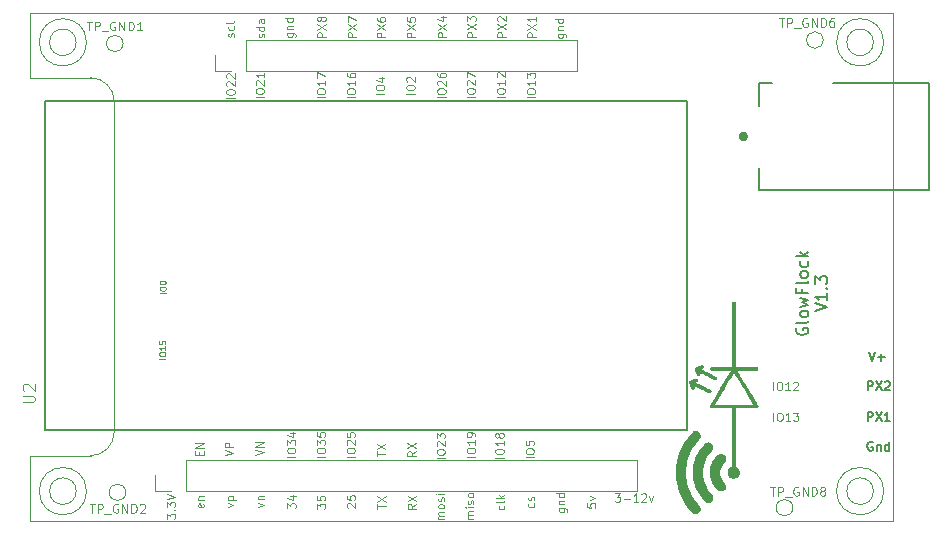
<source format=gbr>
%TF.GenerationSoftware,KiCad,Pcbnew,5.99.0-unknown-308ab8caf~106~ubuntu18.04.1*%
%TF.CreationDate,2021-02-25T19:42:54-08:00*%
%TF.ProjectId,signal-board,7369676e-616c-42d6-926f-6172642e6b69,rev?*%
%TF.SameCoordinates,Original*%
%TF.FileFunction,Legend,Top*%
%TF.FilePolarity,Positive*%
%FSLAX46Y46*%
G04 Gerber Fmt 4.6, Leading zero omitted, Abs format (unit mm)*
G04 Created by KiCad (PCBNEW 5.99.0-unknown-308ab8caf~106~ubuntu18.04.1) date 2021-02-25 19:42:54*
%MOMM*%
%LPD*%
G01*
G04 APERTURE LIST*
%ADD10C,0.100000*%
%TA.AperFunction,Profile*%
%ADD11C,0.100000*%
%TD*%
%TA.AperFunction,Profile*%
%ADD12C,0.120000*%
%TD*%
%ADD13C,0.150000*%
%ADD14C,0.015000*%
%ADD15C,0.120000*%
%ADD16C,0.127000*%
%ADD17C,0.400000*%
G04 APERTURE END LIST*
D10*
X160191666Y-129941666D02*
X160191666Y-129241666D01*
X160658333Y-129241666D02*
X160791666Y-129241666D01*
X160858333Y-129275000D01*
X160925000Y-129341666D01*
X160958333Y-129475000D01*
X160958333Y-129708333D01*
X160925000Y-129841666D01*
X160858333Y-129908333D01*
X160791666Y-129941666D01*
X160658333Y-129941666D01*
X160591666Y-129908333D01*
X160525000Y-129841666D01*
X160491666Y-129708333D01*
X160491666Y-129475000D01*
X160525000Y-129341666D01*
X160591666Y-129275000D01*
X160658333Y-129241666D01*
X161625000Y-129941666D02*
X161225000Y-129941666D01*
X161425000Y-129941666D02*
X161425000Y-129241666D01*
X161358333Y-129341666D01*
X161291666Y-129408333D01*
X161225000Y-129441666D01*
X161891666Y-129308333D02*
X161925000Y-129275000D01*
X161991666Y-129241666D01*
X162158333Y-129241666D01*
X162225000Y-129275000D01*
X162258333Y-129308333D01*
X162291666Y-129375000D01*
X162291666Y-129441666D01*
X162258333Y-129541666D01*
X161858333Y-129941666D01*
X162291666Y-129941666D01*
X160216666Y-132541666D02*
X160216666Y-131841666D01*
X160683333Y-131841666D02*
X160816666Y-131841666D01*
X160883333Y-131875000D01*
X160950000Y-131941666D01*
X160983333Y-132075000D01*
X160983333Y-132308333D01*
X160950000Y-132441666D01*
X160883333Y-132508333D01*
X160816666Y-132541666D01*
X160683333Y-132541666D01*
X160616666Y-132508333D01*
X160550000Y-132441666D01*
X160516666Y-132308333D01*
X160516666Y-132075000D01*
X160550000Y-131941666D01*
X160616666Y-131875000D01*
X160683333Y-131841666D01*
X161650000Y-132541666D02*
X161250000Y-132541666D01*
X161450000Y-132541666D02*
X161450000Y-131841666D01*
X161383333Y-131941666D01*
X161316666Y-132008333D01*
X161250000Y-132041666D01*
X161883333Y-131841666D02*
X162316666Y-131841666D01*
X162083333Y-132108333D01*
X162183333Y-132108333D01*
X162250000Y-132141666D01*
X162283333Y-132175000D01*
X162316666Y-132241666D01*
X162316666Y-132408333D01*
X162283333Y-132475000D01*
X162250000Y-132508333D01*
X162183333Y-132541666D01*
X161983333Y-132541666D01*
X161916666Y-132508333D01*
X161883333Y-132475000D01*
X108729809Y-127274904D02*
X108221809Y-127274904D01*
X108221809Y-126936238D02*
X108221809Y-126839476D01*
X108246000Y-126791095D01*
X108294380Y-126742714D01*
X108391142Y-126718523D01*
X108560476Y-126718523D01*
X108657238Y-126742714D01*
X108705619Y-126791095D01*
X108729809Y-126839476D01*
X108729809Y-126936238D01*
X108705619Y-126984619D01*
X108657238Y-127033000D01*
X108560476Y-127057190D01*
X108391142Y-127057190D01*
X108294380Y-127033000D01*
X108246000Y-126984619D01*
X108221809Y-126936238D01*
X108729809Y-126234714D02*
X108729809Y-126525000D01*
X108729809Y-126379857D02*
X108221809Y-126379857D01*
X108294380Y-126428238D01*
X108342761Y-126476619D01*
X108366952Y-126525000D01*
X108221809Y-125775095D02*
X108221809Y-126017000D01*
X108463714Y-126041190D01*
X108439523Y-126017000D01*
X108415333Y-125968619D01*
X108415333Y-125847666D01*
X108439523Y-125799285D01*
X108463714Y-125775095D01*
X108512095Y-125750904D01*
X108633047Y-125750904D01*
X108681428Y-125775095D01*
X108705619Y-125799285D01*
X108729809Y-125847666D01*
X108729809Y-125968619D01*
X108705619Y-126017000D01*
X108681428Y-126041190D01*
X108754809Y-121733000D02*
X108246809Y-121733000D01*
X108246809Y-121394333D02*
X108246809Y-121297571D01*
X108271000Y-121249190D01*
X108319380Y-121200809D01*
X108416142Y-121176619D01*
X108585476Y-121176619D01*
X108682238Y-121200809D01*
X108730619Y-121249190D01*
X108754809Y-121297571D01*
X108754809Y-121394333D01*
X108730619Y-121442714D01*
X108682238Y-121491095D01*
X108585476Y-121515285D01*
X108416142Y-121515285D01*
X108319380Y-121491095D01*
X108271000Y-121442714D01*
X108246809Y-121394333D01*
X108246809Y-120862142D02*
X108246809Y-120813761D01*
X108271000Y-120765380D01*
X108295190Y-120741190D01*
X108343571Y-120717000D01*
X108440333Y-120692809D01*
X108561285Y-120692809D01*
X108658047Y-120717000D01*
X108706428Y-120741190D01*
X108730619Y-120765380D01*
X108754809Y-120813761D01*
X108754809Y-120862142D01*
X108730619Y-120910523D01*
X108706428Y-120934714D01*
X108658047Y-120958904D01*
X108561285Y-120983095D01*
X108440333Y-120983095D01*
X108343571Y-120958904D01*
X108295190Y-120934714D01*
X108271000Y-120910523D01*
X108246809Y-120862142D01*
X111592200Y-135440466D02*
X111592200Y-135207133D01*
X111958866Y-135107133D02*
X111958866Y-135440466D01*
X111258866Y-135440466D01*
X111258866Y-135107133D01*
X111958866Y-134807133D02*
X111258866Y-134807133D01*
X111958866Y-134407133D01*
X111258866Y-134407133D01*
X116338866Y-135447600D02*
X117038866Y-135214266D01*
X116338866Y-134980933D01*
X117038866Y-134747600D02*
X116338866Y-134747600D01*
X117038866Y-134347600D01*
X116338866Y-134347600D01*
X134941666Y-135608333D02*
X134241666Y-135608333D01*
X134241666Y-135141666D02*
X134241666Y-135008333D01*
X134275000Y-134941666D01*
X134341666Y-134875000D01*
X134475000Y-134841666D01*
X134708333Y-134841666D01*
X134841666Y-134875000D01*
X134908333Y-134941666D01*
X134941666Y-135008333D01*
X134941666Y-135141666D01*
X134908333Y-135208333D01*
X134841666Y-135275000D01*
X134708333Y-135308333D01*
X134475000Y-135308333D01*
X134341666Y-135275000D01*
X134275000Y-135208333D01*
X134241666Y-135141666D01*
X134941666Y-134175000D02*
X134941666Y-134575000D01*
X134941666Y-134375000D02*
X134241666Y-134375000D01*
X134341666Y-134441666D01*
X134408333Y-134508333D01*
X134441666Y-134575000D01*
X134941666Y-133841666D02*
X134941666Y-133708333D01*
X134908333Y-133641666D01*
X134875000Y-133608333D01*
X134775000Y-133541666D01*
X134641666Y-133508333D01*
X134375000Y-133508333D01*
X134308333Y-133541666D01*
X134275000Y-133575000D01*
X134241666Y-133641666D01*
X134241666Y-133775000D01*
X134275000Y-133841666D01*
X134308333Y-133875000D01*
X134375000Y-133908333D01*
X134541666Y-133908333D01*
X134608333Y-133875000D01*
X134641666Y-133841666D01*
X134675000Y-133775000D01*
X134675000Y-133641666D01*
X134641666Y-133575000D01*
X134608333Y-133541666D01*
X134541666Y-133508333D01*
X139924266Y-135649200D02*
X139224266Y-135649200D01*
X139224266Y-135182533D02*
X139224266Y-135049200D01*
X139257600Y-134982533D01*
X139324266Y-134915866D01*
X139457600Y-134882533D01*
X139690933Y-134882533D01*
X139824266Y-134915866D01*
X139890933Y-134982533D01*
X139924266Y-135049200D01*
X139924266Y-135182533D01*
X139890933Y-135249200D01*
X139824266Y-135315866D01*
X139690933Y-135349200D01*
X139457600Y-135349200D01*
X139324266Y-135315866D01*
X139257600Y-135249200D01*
X139224266Y-135182533D01*
X139224266Y-134249200D02*
X139224266Y-134582533D01*
X139557600Y-134615866D01*
X139524266Y-134582533D01*
X139490933Y-134515866D01*
X139490933Y-134349200D01*
X139524266Y-134282533D01*
X139557600Y-134249200D01*
X139624266Y-134215866D01*
X139790933Y-134215866D01*
X139857600Y-134249200D01*
X139890933Y-134282533D01*
X139924266Y-134349200D01*
X139924266Y-134515866D01*
X139890933Y-134582533D01*
X139857600Y-134615866D01*
X137366666Y-135658333D02*
X136666666Y-135658333D01*
X136666666Y-135191666D02*
X136666666Y-135058333D01*
X136700000Y-134991666D01*
X136766666Y-134925000D01*
X136900000Y-134891666D01*
X137133333Y-134891666D01*
X137266666Y-134925000D01*
X137333333Y-134991666D01*
X137366666Y-135058333D01*
X137366666Y-135191666D01*
X137333333Y-135258333D01*
X137266666Y-135325000D01*
X137133333Y-135358333D01*
X136900000Y-135358333D01*
X136766666Y-135325000D01*
X136700000Y-135258333D01*
X136666666Y-135191666D01*
X137366666Y-134225000D02*
X137366666Y-134625000D01*
X137366666Y-134425000D02*
X136666666Y-134425000D01*
X136766666Y-134491666D01*
X136833333Y-134558333D01*
X136866666Y-134625000D01*
X136966666Y-133825000D02*
X136933333Y-133891666D01*
X136900000Y-133925000D01*
X136833333Y-133958333D01*
X136800000Y-133958333D01*
X136733333Y-133925000D01*
X136700000Y-133891666D01*
X136666666Y-133825000D01*
X136666666Y-133691666D01*
X136700000Y-133625000D01*
X136733333Y-133591666D01*
X136800000Y-133558333D01*
X136833333Y-133558333D01*
X136900000Y-133591666D01*
X136933333Y-133625000D01*
X136966666Y-133691666D01*
X136966666Y-133825000D01*
X137000000Y-133891666D01*
X137033333Y-133925000D01*
X137100000Y-133958333D01*
X137233333Y-133958333D01*
X137300000Y-133925000D01*
X137333333Y-133891666D01*
X137366666Y-133825000D01*
X137366666Y-133691666D01*
X137333333Y-133625000D01*
X137300000Y-133591666D01*
X137233333Y-133558333D01*
X137100000Y-133558333D01*
X137033333Y-133591666D01*
X137000000Y-133625000D01*
X136966666Y-133691666D01*
X132391666Y-135708333D02*
X131691666Y-135708333D01*
X131691666Y-135241666D02*
X131691666Y-135108333D01*
X131725000Y-135041666D01*
X131791666Y-134975000D01*
X131925000Y-134941666D01*
X132158333Y-134941666D01*
X132291666Y-134975000D01*
X132358333Y-135041666D01*
X132391666Y-135108333D01*
X132391666Y-135241666D01*
X132358333Y-135308333D01*
X132291666Y-135375000D01*
X132158333Y-135408333D01*
X131925000Y-135408333D01*
X131791666Y-135375000D01*
X131725000Y-135308333D01*
X131691666Y-135241666D01*
X131758333Y-134675000D02*
X131725000Y-134641666D01*
X131691666Y-134575000D01*
X131691666Y-134408333D01*
X131725000Y-134341666D01*
X131758333Y-134308333D01*
X131825000Y-134275000D01*
X131891666Y-134275000D01*
X131991666Y-134308333D01*
X132391666Y-134708333D01*
X132391666Y-134275000D01*
X131691666Y-134041666D02*
X131691666Y-133608333D01*
X131958333Y-133841666D01*
X131958333Y-133741666D01*
X131991666Y-133675000D01*
X132025000Y-133641666D01*
X132091666Y-133608333D01*
X132258333Y-133608333D01*
X132325000Y-133641666D01*
X132358333Y-133675000D01*
X132391666Y-133741666D01*
X132391666Y-133941666D01*
X132358333Y-134008333D01*
X132325000Y-134041666D01*
X113773466Y-135481733D02*
X114473466Y-135248400D01*
X113773466Y-135015066D01*
X114473466Y-134781733D02*
X113773466Y-134781733D01*
X113773466Y-134515066D01*
X113806800Y-134448400D01*
X113840133Y-134415066D01*
X113906800Y-134381733D01*
X114006800Y-134381733D01*
X114073466Y-134415066D01*
X114106800Y-134448400D01*
X114140133Y-134515066D01*
X114140133Y-134781733D01*
X126641666Y-135533333D02*
X126641666Y-135133333D01*
X127341666Y-135333333D02*
X126641666Y-135333333D01*
X126641666Y-134966666D02*
X127341666Y-134500000D01*
X126641666Y-134500000D02*
X127341666Y-134966666D01*
X122241666Y-135583333D02*
X121541666Y-135583333D01*
X121541666Y-135116666D02*
X121541666Y-134983333D01*
X121575000Y-134916666D01*
X121641666Y-134850000D01*
X121775000Y-134816666D01*
X122008333Y-134816666D01*
X122141666Y-134850000D01*
X122208333Y-134916666D01*
X122241666Y-134983333D01*
X122241666Y-135116666D01*
X122208333Y-135183333D01*
X122141666Y-135250000D01*
X122008333Y-135283333D01*
X121775000Y-135283333D01*
X121641666Y-135250000D01*
X121575000Y-135183333D01*
X121541666Y-135116666D01*
X121541666Y-134583333D02*
X121541666Y-134150000D01*
X121808333Y-134383333D01*
X121808333Y-134283333D01*
X121841666Y-134216666D01*
X121875000Y-134183333D01*
X121941666Y-134150000D01*
X122108333Y-134150000D01*
X122175000Y-134183333D01*
X122208333Y-134216666D01*
X122241666Y-134283333D01*
X122241666Y-134483333D01*
X122208333Y-134550000D01*
X122175000Y-134583333D01*
X121541666Y-133516666D02*
X121541666Y-133850000D01*
X121875000Y-133883333D01*
X121841666Y-133850000D01*
X121808333Y-133783333D01*
X121808333Y-133616666D01*
X121841666Y-133550000D01*
X121875000Y-133516666D01*
X121941666Y-133483333D01*
X122108333Y-133483333D01*
X122175000Y-133516666D01*
X122208333Y-133550000D01*
X122241666Y-133616666D01*
X122241666Y-133783333D01*
X122208333Y-133850000D01*
X122175000Y-133883333D01*
X119741666Y-135608333D02*
X119041666Y-135608333D01*
X119041666Y-135141666D02*
X119041666Y-135008333D01*
X119075000Y-134941666D01*
X119141666Y-134875000D01*
X119275000Y-134841666D01*
X119508333Y-134841666D01*
X119641666Y-134875000D01*
X119708333Y-134941666D01*
X119741666Y-135008333D01*
X119741666Y-135141666D01*
X119708333Y-135208333D01*
X119641666Y-135275000D01*
X119508333Y-135308333D01*
X119275000Y-135308333D01*
X119141666Y-135275000D01*
X119075000Y-135208333D01*
X119041666Y-135141666D01*
X119041666Y-134608333D02*
X119041666Y-134175000D01*
X119308333Y-134408333D01*
X119308333Y-134308333D01*
X119341666Y-134241666D01*
X119375000Y-134208333D01*
X119441666Y-134175000D01*
X119608333Y-134175000D01*
X119675000Y-134208333D01*
X119708333Y-134241666D01*
X119741666Y-134308333D01*
X119741666Y-134508333D01*
X119708333Y-134575000D01*
X119675000Y-134608333D01*
X119275000Y-133575000D02*
X119741666Y-133575000D01*
X119008333Y-133741666D02*
X119508333Y-133908333D01*
X119508333Y-133475000D01*
X129916666Y-135116666D02*
X129583333Y-135350000D01*
X129916666Y-135516666D02*
X129216666Y-135516666D01*
X129216666Y-135250000D01*
X129250000Y-135183333D01*
X129283333Y-135150000D01*
X129350000Y-135116666D01*
X129450000Y-135116666D01*
X129516666Y-135150000D01*
X129550000Y-135183333D01*
X129583333Y-135250000D01*
X129583333Y-135516666D01*
X129216666Y-134883333D02*
X129916666Y-134416666D01*
X129216666Y-134416666D02*
X129916666Y-134883333D01*
X124766666Y-135608333D02*
X124066666Y-135608333D01*
X124066666Y-135141666D02*
X124066666Y-135008333D01*
X124100000Y-134941666D01*
X124166666Y-134875000D01*
X124300000Y-134841666D01*
X124533333Y-134841666D01*
X124666666Y-134875000D01*
X124733333Y-134941666D01*
X124766666Y-135008333D01*
X124766666Y-135141666D01*
X124733333Y-135208333D01*
X124666666Y-135275000D01*
X124533333Y-135308333D01*
X124300000Y-135308333D01*
X124166666Y-135275000D01*
X124100000Y-135208333D01*
X124066666Y-135141666D01*
X124133333Y-134575000D02*
X124100000Y-134541666D01*
X124066666Y-134475000D01*
X124066666Y-134308333D01*
X124100000Y-134241666D01*
X124133333Y-134208333D01*
X124200000Y-134175000D01*
X124266666Y-134175000D01*
X124366666Y-134208333D01*
X124766666Y-134608333D01*
X124766666Y-134175000D01*
X124066666Y-133541666D02*
X124066666Y-133875000D01*
X124400000Y-133908333D01*
X124366666Y-133875000D01*
X124333333Y-133808333D01*
X124333333Y-133641666D01*
X124366666Y-133575000D01*
X124400000Y-133541666D01*
X124466666Y-133508333D01*
X124633333Y-133508333D01*
X124700000Y-133541666D01*
X124733333Y-133575000D01*
X124766666Y-133641666D01*
X124766666Y-133808333D01*
X124733333Y-133875000D01*
X124700000Y-133908333D01*
X137478666Y-105142733D02*
X136778666Y-105142733D01*
X136778666Y-104676066D02*
X136778666Y-104542733D01*
X136812000Y-104476066D01*
X136878666Y-104409400D01*
X137012000Y-104376066D01*
X137245333Y-104376066D01*
X137378666Y-104409400D01*
X137445333Y-104476066D01*
X137478666Y-104542733D01*
X137478666Y-104676066D01*
X137445333Y-104742733D01*
X137378666Y-104809400D01*
X137245333Y-104842733D01*
X137012000Y-104842733D01*
X136878666Y-104809400D01*
X136812000Y-104742733D01*
X136778666Y-104676066D01*
X137478666Y-103709400D02*
X137478666Y-104109400D01*
X137478666Y-103909400D02*
X136778666Y-103909400D01*
X136878666Y-103976066D01*
X136945333Y-104042733D01*
X136978666Y-104109400D01*
X136845333Y-103442733D02*
X136812000Y-103409400D01*
X136778666Y-103342733D01*
X136778666Y-103176066D01*
X136812000Y-103109400D01*
X136845333Y-103076066D01*
X136912000Y-103042733D01*
X136978666Y-103042733D01*
X137078666Y-103076066D01*
X137478666Y-103476066D01*
X137478666Y-103042733D01*
X134938666Y-105142733D02*
X134238666Y-105142733D01*
X134238666Y-104676066D02*
X134238666Y-104542733D01*
X134272000Y-104476066D01*
X134338666Y-104409400D01*
X134472000Y-104376066D01*
X134705333Y-104376066D01*
X134838666Y-104409400D01*
X134905333Y-104476066D01*
X134938666Y-104542733D01*
X134938666Y-104676066D01*
X134905333Y-104742733D01*
X134838666Y-104809400D01*
X134705333Y-104842733D01*
X134472000Y-104842733D01*
X134338666Y-104809400D01*
X134272000Y-104742733D01*
X134238666Y-104676066D01*
X134305333Y-104109400D02*
X134272000Y-104076066D01*
X134238666Y-104009400D01*
X134238666Y-103842733D01*
X134272000Y-103776066D01*
X134305333Y-103742733D01*
X134372000Y-103709400D01*
X134438666Y-103709400D01*
X134538666Y-103742733D01*
X134938666Y-104142733D01*
X134938666Y-103709400D01*
X134238666Y-103476066D02*
X134238666Y-103009400D01*
X134938666Y-103309400D01*
X140018666Y-105168133D02*
X139318666Y-105168133D01*
X139318666Y-104701466D02*
X139318666Y-104568133D01*
X139352000Y-104501466D01*
X139418666Y-104434800D01*
X139552000Y-104401466D01*
X139785333Y-104401466D01*
X139918666Y-104434800D01*
X139985333Y-104501466D01*
X140018666Y-104568133D01*
X140018666Y-104701466D01*
X139985333Y-104768133D01*
X139918666Y-104834800D01*
X139785333Y-104868133D01*
X139552000Y-104868133D01*
X139418666Y-104834800D01*
X139352000Y-104768133D01*
X139318666Y-104701466D01*
X140018666Y-103734800D02*
X140018666Y-104134800D01*
X140018666Y-103934800D02*
X139318666Y-103934800D01*
X139418666Y-104001466D01*
X139485333Y-104068133D01*
X139518666Y-104134800D01*
X139318666Y-103501466D02*
X139318666Y-103068133D01*
X139585333Y-103301466D01*
X139585333Y-103201466D01*
X139618666Y-103134800D01*
X139652000Y-103101466D01*
X139718666Y-103068133D01*
X139885333Y-103068133D01*
X139952000Y-103101466D01*
X139985333Y-103134800D01*
X140018666Y-103201466D01*
X140018666Y-103401466D01*
X139985333Y-103468133D01*
X139952000Y-103501466D01*
X122238666Y-105168133D02*
X121538666Y-105168133D01*
X121538666Y-104701466D02*
X121538666Y-104568133D01*
X121572000Y-104501466D01*
X121638666Y-104434800D01*
X121772000Y-104401466D01*
X122005333Y-104401466D01*
X122138666Y-104434800D01*
X122205333Y-104501466D01*
X122238666Y-104568133D01*
X122238666Y-104701466D01*
X122205333Y-104768133D01*
X122138666Y-104834800D01*
X122005333Y-104868133D01*
X121772000Y-104868133D01*
X121638666Y-104834800D01*
X121572000Y-104768133D01*
X121538666Y-104701466D01*
X122238666Y-103734800D02*
X122238666Y-104134800D01*
X122238666Y-103934800D02*
X121538666Y-103934800D01*
X121638666Y-104001466D01*
X121705333Y-104068133D01*
X121738666Y-104134800D01*
X121538666Y-103501466D02*
X121538666Y-103034800D01*
X122238666Y-103334800D01*
X117066666Y-105158333D02*
X116366666Y-105158333D01*
X116366666Y-104691666D02*
X116366666Y-104558333D01*
X116400000Y-104491666D01*
X116466666Y-104425000D01*
X116600000Y-104391666D01*
X116833333Y-104391666D01*
X116966666Y-104425000D01*
X117033333Y-104491666D01*
X117066666Y-104558333D01*
X117066666Y-104691666D01*
X117033333Y-104758333D01*
X116966666Y-104825000D01*
X116833333Y-104858333D01*
X116600000Y-104858333D01*
X116466666Y-104825000D01*
X116400000Y-104758333D01*
X116366666Y-104691666D01*
X116433333Y-104125000D02*
X116400000Y-104091666D01*
X116366666Y-104025000D01*
X116366666Y-103858333D01*
X116400000Y-103791666D01*
X116433333Y-103758333D01*
X116500000Y-103725000D01*
X116566666Y-103725000D01*
X116666666Y-103758333D01*
X117066666Y-104158333D01*
X117066666Y-103725000D01*
X117066666Y-103058333D02*
X117066666Y-103458333D01*
X117066666Y-103258333D02*
X116366666Y-103258333D01*
X116466666Y-103325000D01*
X116533333Y-103391666D01*
X116566666Y-103458333D01*
X132449466Y-105168133D02*
X131749466Y-105168133D01*
X131749466Y-104701466D02*
X131749466Y-104568133D01*
X131782800Y-104501466D01*
X131849466Y-104434800D01*
X131982800Y-104401466D01*
X132216133Y-104401466D01*
X132349466Y-104434800D01*
X132416133Y-104501466D01*
X132449466Y-104568133D01*
X132449466Y-104701466D01*
X132416133Y-104768133D01*
X132349466Y-104834800D01*
X132216133Y-104868133D01*
X131982800Y-104868133D01*
X131849466Y-104834800D01*
X131782800Y-104768133D01*
X131749466Y-104701466D01*
X131816133Y-104134800D02*
X131782800Y-104101466D01*
X131749466Y-104034800D01*
X131749466Y-103868133D01*
X131782800Y-103801466D01*
X131816133Y-103768133D01*
X131882800Y-103734800D01*
X131949466Y-103734800D01*
X132049466Y-103768133D01*
X132449466Y-104168133D01*
X132449466Y-103734800D01*
X131749466Y-103134800D02*
X131749466Y-103268133D01*
X131782800Y-103334800D01*
X131816133Y-103368133D01*
X131916133Y-103434800D01*
X132049466Y-103468133D01*
X132316133Y-103468133D01*
X132382800Y-103434800D01*
X132416133Y-103401466D01*
X132449466Y-103334800D01*
X132449466Y-103201466D01*
X132416133Y-103134800D01*
X132382800Y-103101466D01*
X132316133Y-103068133D01*
X132149466Y-103068133D01*
X132082800Y-103101466D01*
X132049466Y-103134800D01*
X132016133Y-103201466D01*
X132016133Y-103334800D01*
X132049466Y-103401466D01*
X132082800Y-103434800D01*
X132149466Y-103468133D01*
X114591666Y-105233333D02*
X113891666Y-105233333D01*
X113891666Y-104766666D02*
X113891666Y-104633333D01*
X113925000Y-104566666D01*
X113991666Y-104500000D01*
X114125000Y-104466666D01*
X114358333Y-104466666D01*
X114491666Y-104500000D01*
X114558333Y-104566666D01*
X114591666Y-104633333D01*
X114591666Y-104766666D01*
X114558333Y-104833333D01*
X114491666Y-104900000D01*
X114358333Y-104933333D01*
X114125000Y-104933333D01*
X113991666Y-104900000D01*
X113925000Y-104833333D01*
X113891666Y-104766666D01*
X113958333Y-104200000D02*
X113925000Y-104166666D01*
X113891666Y-104100000D01*
X113891666Y-103933333D01*
X113925000Y-103866666D01*
X113958333Y-103833333D01*
X114025000Y-103800000D01*
X114091666Y-103800000D01*
X114191666Y-103833333D01*
X114591666Y-104233333D01*
X114591666Y-103800000D01*
X113958333Y-103533333D02*
X113925000Y-103500000D01*
X113891666Y-103433333D01*
X113891666Y-103266666D01*
X113925000Y-103200000D01*
X113958333Y-103166666D01*
X114025000Y-103133333D01*
X114091666Y-103133333D01*
X114191666Y-103166666D01*
X114591666Y-103566666D01*
X114591666Y-103133333D01*
X124804066Y-105168133D02*
X124104066Y-105168133D01*
X124104066Y-104701466D02*
X124104066Y-104568133D01*
X124137400Y-104501466D01*
X124204066Y-104434800D01*
X124337400Y-104401466D01*
X124570733Y-104401466D01*
X124704066Y-104434800D01*
X124770733Y-104501466D01*
X124804066Y-104568133D01*
X124804066Y-104701466D01*
X124770733Y-104768133D01*
X124704066Y-104834800D01*
X124570733Y-104868133D01*
X124337400Y-104868133D01*
X124204066Y-104834800D01*
X124137400Y-104768133D01*
X124104066Y-104701466D01*
X124804066Y-103734800D02*
X124804066Y-104134800D01*
X124804066Y-103934800D02*
X124104066Y-103934800D01*
X124204066Y-104001466D01*
X124270733Y-104068133D01*
X124304066Y-104134800D01*
X124104066Y-103134800D02*
X124104066Y-103268133D01*
X124137400Y-103334800D01*
X124170733Y-103368133D01*
X124270733Y-103434800D01*
X124404066Y-103468133D01*
X124670733Y-103468133D01*
X124737400Y-103434800D01*
X124770733Y-103401466D01*
X124804066Y-103334800D01*
X124804066Y-103201466D01*
X124770733Y-103134800D01*
X124737400Y-103101466D01*
X124670733Y-103068133D01*
X124504066Y-103068133D01*
X124437400Y-103101466D01*
X124404066Y-103134800D01*
X124370733Y-103201466D01*
X124370733Y-103334800D01*
X124404066Y-103401466D01*
X124437400Y-103434800D01*
X124504066Y-103468133D01*
X129833266Y-104860200D02*
X129133266Y-104860200D01*
X129133266Y-104393533D02*
X129133266Y-104260200D01*
X129166600Y-104193533D01*
X129233266Y-104126866D01*
X129366600Y-104093533D01*
X129599933Y-104093533D01*
X129733266Y-104126866D01*
X129799933Y-104193533D01*
X129833266Y-104260200D01*
X129833266Y-104393533D01*
X129799933Y-104460200D01*
X129733266Y-104526866D01*
X129599933Y-104560200D01*
X129366600Y-104560200D01*
X129233266Y-104526866D01*
X129166600Y-104460200D01*
X129133266Y-104393533D01*
X129199933Y-103826866D02*
X129166600Y-103793533D01*
X129133266Y-103726866D01*
X129133266Y-103560200D01*
X129166600Y-103493533D01*
X129199933Y-103460200D01*
X129266600Y-103426866D01*
X129333266Y-103426866D01*
X129433266Y-103460200D01*
X129833266Y-103860200D01*
X129833266Y-103426866D01*
X127267866Y-104860200D02*
X126567866Y-104860200D01*
X126567866Y-104393533D02*
X126567866Y-104260200D01*
X126601200Y-104193533D01*
X126667866Y-104126866D01*
X126801200Y-104093533D01*
X127034533Y-104093533D01*
X127167866Y-104126866D01*
X127234533Y-104193533D01*
X127267866Y-104260200D01*
X127267866Y-104393533D01*
X127234533Y-104460200D01*
X127167866Y-104526866D01*
X127034533Y-104560200D01*
X126801200Y-104560200D01*
X126667866Y-104526866D01*
X126601200Y-104460200D01*
X126567866Y-104393533D01*
X126801200Y-103493533D02*
X127267866Y-103493533D01*
X126534533Y-103660200D02*
X127034533Y-103826866D01*
X127034533Y-103393533D01*
X102050000Y-100500000D02*
G75*
G03*
X102050000Y-100500000I-2000000J0D01*
G01*
X102050000Y-138500000D02*
G75*
G03*
X102050000Y-138500000I-2000000J0D01*
G01*
X169550000Y-138500000D02*
G75*
G03*
X169550000Y-138500000I-2000000J0D01*
G01*
X169550000Y-100500000D02*
G75*
G03*
X169550000Y-100500000I-2000000J0D01*
G01*
D11*
X170300000Y-141000000D02*
X170300000Y-98000000D01*
X170300000Y-141000000D02*
X97300000Y-141000000D01*
X97300000Y-135500000D02*
X97300000Y-141000000D01*
X104400000Y-133500000D02*
G75*
G02*
X102400000Y-135500000I-2000000J0D01*
G01*
X104400000Y-133500000D02*
X104400000Y-105500000D01*
X97300000Y-98000000D02*
X97300000Y-103500000D01*
D12*
X101175000Y-138500000D02*
G75*
G03*
X101175000Y-138500000I-1125000J0D01*
G01*
D11*
X102400000Y-103500000D02*
G75*
G02*
X104400000Y-105500000I0J-2000000D01*
G01*
D12*
X101175000Y-100500000D02*
G75*
G03*
X101175000Y-100500000I-1125000J0D01*
G01*
X97300000Y-98000000D02*
X170300000Y-98000000D01*
X168675000Y-138500000D02*
G75*
G03*
X168675000Y-138500000I-1125000J0D01*
G01*
D11*
X102400000Y-135500000D02*
X97300000Y-135500000D01*
D12*
X168675000Y-100500000D02*
G75*
G03*
X168675000Y-100500000I-1125000J0D01*
G01*
D11*
X102400000Y-103500000D02*
X97300000Y-103500000D01*
D10*
X127316666Y-100075400D02*
X126616666Y-100075400D01*
X126616666Y-99808733D01*
X126650000Y-99742066D01*
X126683333Y-99708733D01*
X126750000Y-99675400D01*
X126850000Y-99675400D01*
X126916666Y-99708733D01*
X126950000Y-99742066D01*
X126983333Y-99808733D01*
X126983333Y-100075400D01*
X126616666Y-99442066D02*
X127316666Y-98975400D01*
X126616666Y-98975400D02*
X127316666Y-99442066D01*
X126616666Y-98408733D02*
X126616666Y-98542066D01*
X126650000Y-98608733D01*
X126683333Y-98642066D01*
X126783333Y-98708733D01*
X126916666Y-98742066D01*
X127183333Y-98742066D01*
X127250000Y-98708733D01*
X127283333Y-98675400D01*
X127316666Y-98608733D01*
X127316666Y-98475400D01*
X127283333Y-98408733D01*
X127250000Y-98375400D01*
X127183333Y-98342066D01*
X127016666Y-98342066D01*
X126950000Y-98375400D01*
X126916666Y-98408733D01*
X126883333Y-98475400D01*
X126883333Y-98608733D01*
X126916666Y-98675400D01*
X126950000Y-98708733D01*
X127016666Y-98742066D01*
X124168733Y-139903133D02*
X124135400Y-139869800D01*
X124102066Y-139803133D01*
X124102066Y-139636466D01*
X124135400Y-139569800D01*
X124168733Y-139536466D01*
X124235400Y-139503133D01*
X124302066Y-139503133D01*
X124402066Y-139536466D01*
X124802066Y-139936466D01*
X124802066Y-139503133D01*
X124102066Y-138869800D02*
X124102066Y-139203133D01*
X124435400Y-139236466D01*
X124402066Y-139203133D01*
X124368733Y-139136466D01*
X124368733Y-138969800D01*
X124402066Y-138903133D01*
X124435400Y-138869800D01*
X124502066Y-138836466D01*
X124668733Y-138836466D01*
X124735400Y-138869800D01*
X124768733Y-138903133D01*
X124802066Y-138969800D01*
X124802066Y-139136466D01*
X124768733Y-139203133D01*
X124735400Y-139236466D01*
X129932866Y-139588066D02*
X129599533Y-139821400D01*
X129932866Y-139988066D02*
X129232866Y-139988066D01*
X129232866Y-139721400D01*
X129266200Y-139654733D01*
X129299533Y-139621400D01*
X129366200Y-139588066D01*
X129466200Y-139588066D01*
X129532866Y-139621400D01*
X129566200Y-139654733D01*
X129599533Y-139721400D01*
X129599533Y-139988066D01*
X129232866Y-139354733D02*
X129932866Y-138888066D01*
X129232866Y-138888066D02*
X129932866Y-139354733D01*
X142039200Y-139954733D02*
X142605866Y-139954733D01*
X142672533Y-139988066D01*
X142705866Y-140021400D01*
X142739200Y-140088066D01*
X142739200Y-140188066D01*
X142705866Y-140254733D01*
X142472533Y-139954733D02*
X142505866Y-140021400D01*
X142505866Y-140154733D01*
X142472533Y-140221400D01*
X142439200Y-140254733D01*
X142372533Y-140288066D01*
X142172533Y-140288066D01*
X142105866Y-140254733D01*
X142072533Y-140221400D01*
X142039200Y-140154733D01*
X142039200Y-140021400D01*
X142072533Y-139954733D01*
X142039200Y-139621400D02*
X142505866Y-139621400D01*
X142105866Y-139621400D02*
X142072533Y-139588066D01*
X142039200Y-139521400D01*
X142039200Y-139421400D01*
X142072533Y-139354733D01*
X142139200Y-139321400D01*
X142505866Y-139321400D01*
X142505866Y-138688066D02*
X141805866Y-138688066D01*
X142472533Y-138688066D02*
X142505866Y-138754733D01*
X142505866Y-138888066D01*
X142472533Y-138954733D01*
X142439200Y-138988066D01*
X142372533Y-139021400D01*
X142172533Y-139021400D01*
X142105866Y-138988066D01*
X142072533Y-138954733D01*
X142039200Y-138888066D01*
X142039200Y-138754733D01*
X142072533Y-138688066D01*
X119047466Y-139961866D02*
X119047466Y-139528533D01*
X119314133Y-139761866D01*
X119314133Y-139661866D01*
X119347466Y-139595200D01*
X119380800Y-139561866D01*
X119447466Y-139528533D01*
X119614133Y-139528533D01*
X119680800Y-139561866D01*
X119714133Y-139595200D01*
X119747466Y-139661866D01*
X119747466Y-139861866D01*
X119714133Y-139928533D01*
X119680800Y-139961866D01*
X119280800Y-138928533D02*
X119747466Y-138928533D01*
X119014133Y-139095200D02*
X119514133Y-139261866D01*
X119514133Y-138828533D01*
X121562066Y-139987266D02*
X121562066Y-139553933D01*
X121828733Y-139787266D01*
X121828733Y-139687266D01*
X121862066Y-139620600D01*
X121895400Y-139587266D01*
X121962066Y-139553933D01*
X122128733Y-139553933D01*
X122195400Y-139587266D01*
X122228733Y-139620600D01*
X122262066Y-139687266D01*
X122262066Y-139887266D01*
X122228733Y-139953933D01*
X122195400Y-139987266D01*
X121562066Y-138920600D02*
X121562066Y-139253933D01*
X121895400Y-139287266D01*
X121862066Y-139253933D01*
X121828733Y-139187266D01*
X121828733Y-139020600D01*
X121862066Y-138953933D01*
X121895400Y-138920600D01*
X121962066Y-138887266D01*
X122128733Y-138887266D01*
X122195400Y-138920600D01*
X122228733Y-138953933D01*
X122262066Y-139020600D01*
X122262066Y-139187266D01*
X122228733Y-139253933D01*
X122195400Y-139287266D01*
X129882066Y-100075400D02*
X129182066Y-100075400D01*
X129182066Y-99808733D01*
X129215400Y-99742066D01*
X129248733Y-99708733D01*
X129315400Y-99675400D01*
X129415400Y-99675400D01*
X129482066Y-99708733D01*
X129515400Y-99742066D01*
X129548733Y-99808733D01*
X129548733Y-100075400D01*
X129182066Y-99442066D02*
X129882066Y-98975400D01*
X129182066Y-98975400D02*
X129882066Y-99442066D01*
X129182066Y-98375400D02*
X129182066Y-98708733D01*
X129515400Y-98742066D01*
X129482066Y-98708733D01*
X129448733Y-98642066D01*
X129448733Y-98475400D01*
X129482066Y-98408733D01*
X129515400Y-98375400D01*
X129582066Y-98342066D01*
X129748733Y-98342066D01*
X129815400Y-98375400D01*
X129848733Y-98408733D01*
X129882066Y-98475400D01*
X129882066Y-98642066D01*
X129848733Y-98708733D01*
X129815400Y-98742066D01*
X126667466Y-139979333D02*
X126667466Y-139579333D01*
X127367466Y-139779333D02*
X126667466Y-139779333D01*
X126667466Y-139412666D02*
X127367466Y-138946000D01*
X126667466Y-138946000D02*
X127367466Y-139412666D01*
X144434766Y-139520600D02*
X144434766Y-139853933D01*
X144768100Y-139887266D01*
X144734766Y-139853933D01*
X144701433Y-139787266D01*
X144701433Y-139620600D01*
X144734766Y-139553933D01*
X144768100Y-139520600D01*
X144834766Y-139487266D01*
X145001433Y-139487266D01*
X145068100Y-139520600D01*
X145101433Y-139553933D01*
X145134766Y-139620600D01*
X145134766Y-139787266D01*
X145101433Y-139853933D01*
X145068100Y-139887266D01*
X144668100Y-139253933D02*
X145134766Y-139087266D01*
X144668100Y-138920600D01*
X114023000Y-139853133D02*
X114489666Y-139686466D01*
X114023000Y-139519800D01*
X114023000Y-139253133D02*
X114723000Y-139253133D01*
X114056333Y-139253133D02*
X114023000Y-139186466D01*
X114023000Y-139053133D01*
X114056333Y-138986466D01*
X114089666Y-138953133D01*
X114156333Y-138919800D01*
X114356333Y-138919800D01*
X114423000Y-138953133D01*
X114456333Y-138986466D01*
X114489666Y-139053133D01*
X114489666Y-139186466D01*
X114456333Y-139253133D01*
X124852866Y-100050000D02*
X124152866Y-100050000D01*
X124152866Y-99783333D01*
X124186200Y-99716666D01*
X124219533Y-99683333D01*
X124286200Y-99650000D01*
X124386200Y-99650000D01*
X124452866Y-99683333D01*
X124486200Y-99716666D01*
X124519533Y-99783333D01*
X124519533Y-100050000D01*
X124152866Y-99416666D02*
X124852866Y-98950000D01*
X124152866Y-98950000D02*
X124852866Y-99416666D01*
X124152866Y-98750000D02*
X124152866Y-98283333D01*
X124852866Y-98583333D01*
X132316666Y-140866666D02*
X131850000Y-140866666D01*
X131916666Y-140866666D02*
X131883333Y-140833333D01*
X131850000Y-140766666D01*
X131850000Y-140666666D01*
X131883333Y-140600000D01*
X131950000Y-140566666D01*
X132316666Y-140566666D01*
X131950000Y-140566666D02*
X131883333Y-140533333D01*
X131850000Y-140466666D01*
X131850000Y-140366666D01*
X131883333Y-140300000D01*
X131950000Y-140266666D01*
X132316666Y-140266666D01*
X132316666Y-139833333D02*
X132283333Y-139900000D01*
X132250000Y-139933333D01*
X132183333Y-139966666D01*
X131983333Y-139966666D01*
X131916666Y-139933333D01*
X131883333Y-139900000D01*
X131850000Y-139833333D01*
X131850000Y-139733333D01*
X131883333Y-139666666D01*
X131916666Y-139633333D01*
X131983333Y-139600000D01*
X132183333Y-139600000D01*
X132250000Y-139633333D01*
X132283333Y-139666666D01*
X132316666Y-139733333D01*
X132316666Y-139833333D01*
X132283333Y-139333333D02*
X132316666Y-139266666D01*
X132316666Y-139133333D01*
X132283333Y-139066666D01*
X132216666Y-139033333D01*
X132183333Y-139033333D01*
X132116666Y-139066666D01*
X132083333Y-139133333D01*
X132083333Y-139233333D01*
X132050000Y-139300000D01*
X131983333Y-139333333D01*
X131950000Y-139333333D01*
X131883333Y-139300000D01*
X131850000Y-139233333D01*
X131850000Y-139133333D01*
X131883333Y-139066666D01*
X132316666Y-138733333D02*
X131850000Y-138733333D01*
X131616666Y-138733333D02*
X131650000Y-138766666D01*
X131683333Y-138733333D01*
X131650000Y-138700000D01*
X131616666Y-138733333D01*
X131683333Y-138733333D01*
X146799500Y-138694366D02*
X147232833Y-138694366D01*
X146999500Y-138961033D01*
X147099500Y-138961033D01*
X147166166Y-138994366D01*
X147199500Y-139027700D01*
X147232833Y-139094366D01*
X147232833Y-139261033D01*
X147199500Y-139327700D01*
X147166166Y-139361033D01*
X147099500Y-139394366D01*
X146899500Y-139394366D01*
X146832833Y-139361033D01*
X146799500Y-139327700D01*
X147532833Y-139127700D02*
X148066166Y-139127700D01*
X148766166Y-139394366D02*
X148366166Y-139394366D01*
X148566166Y-139394366D02*
X148566166Y-138694366D01*
X148499500Y-138794366D01*
X148432833Y-138861033D01*
X148366166Y-138894366D01*
X149032833Y-138761033D02*
X149066166Y-138727700D01*
X149132833Y-138694366D01*
X149299500Y-138694366D01*
X149366166Y-138727700D01*
X149399500Y-138761033D01*
X149432833Y-138827700D01*
X149432833Y-138894366D01*
X149399500Y-138994366D01*
X148999500Y-139394366D01*
X149432833Y-139394366D01*
X149666166Y-138927700D02*
X149832833Y-139394366D01*
X149999500Y-138927700D01*
X137379833Y-139720600D02*
X137413166Y-139787266D01*
X137413166Y-139920600D01*
X137379833Y-139987266D01*
X137346500Y-140020600D01*
X137279833Y-140053933D01*
X137079833Y-140053933D01*
X137013166Y-140020600D01*
X136979833Y-139987266D01*
X136946500Y-139920600D01*
X136946500Y-139787266D01*
X136979833Y-139720600D01*
X137413166Y-139320600D02*
X137379833Y-139387266D01*
X137313166Y-139420600D01*
X136713166Y-139420600D01*
X137413166Y-139053933D02*
X136713166Y-139053933D01*
X137146500Y-138987266D02*
X137413166Y-138787266D01*
X136946500Y-138787266D02*
X137213166Y-139053933D01*
X114507133Y-100023533D02*
X114540466Y-99956866D01*
X114540466Y-99823533D01*
X114507133Y-99756866D01*
X114440466Y-99723533D01*
X114407133Y-99723533D01*
X114340466Y-99756866D01*
X114307133Y-99823533D01*
X114307133Y-99923533D01*
X114273800Y-99990200D01*
X114207133Y-100023533D01*
X114173800Y-100023533D01*
X114107133Y-99990200D01*
X114073800Y-99923533D01*
X114073800Y-99823533D01*
X114107133Y-99756866D01*
X114507133Y-99123533D02*
X114540466Y-99190200D01*
X114540466Y-99323533D01*
X114507133Y-99390200D01*
X114473800Y-99423533D01*
X114407133Y-99456866D01*
X114207133Y-99456866D01*
X114140466Y-99423533D01*
X114107133Y-99390200D01*
X114073800Y-99323533D01*
X114073800Y-99190200D01*
X114107133Y-99123533D01*
X114540466Y-98723533D02*
X114507133Y-98790200D01*
X114440466Y-98823533D01*
X113840466Y-98823533D01*
X132498266Y-100050000D02*
X131798266Y-100050000D01*
X131798266Y-99783333D01*
X131831600Y-99716666D01*
X131864933Y-99683333D01*
X131931600Y-99650000D01*
X132031600Y-99650000D01*
X132098266Y-99683333D01*
X132131600Y-99716666D01*
X132164933Y-99783333D01*
X132164933Y-100050000D01*
X131798266Y-99416666D02*
X132498266Y-98950000D01*
X131798266Y-98950000D02*
X132498266Y-99416666D01*
X132031600Y-98383333D02*
X132498266Y-98383333D01*
X131764933Y-98550000D02*
X132264933Y-98716666D01*
X132264933Y-98283333D01*
X117085233Y-100084633D02*
X117118566Y-100017966D01*
X117118566Y-99884633D01*
X117085233Y-99817966D01*
X117018566Y-99784633D01*
X116985233Y-99784633D01*
X116918566Y-99817966D01*
X116885233Y-99884633D01*
X116885233Y-99984633D01*
X116851900Y-100051300D01*
X116785233Y-100084633D01*
X116751900Y-100084633D01*
X116685233Y-100051300D01*
X116651900Y-99984633D01*
X116651900Y-99884633D01*
X116685233Y-99817966D01*
X117118566Y-99184633D02*
X116418566Y-99184633D01*
X117085233Y-99184633D02*
X117118566Y-99251300D01*
X117118566Y-99384633D01*
X117085233Y-99451300D01*
X117051900Y-99484633D01*
X116985233Y-99517966D01*
X116785233Y-99517966D01*
X116718566Y-99484633D01*
X116685233Y-99451300D01*
X116651900Y-99384633D01*
X116651900Y-99251300D01*
X116685233Y-99184633D01*
X117118566Y-98551300D02*
X116751900Y-98551300D01*
X116685233Y-98584633D01*
X116651900Y-98651300D01*
X116651900Y-98784633D01*
X116685233Y-98851300D01*
X117085233Y-98551300D02*
X117118566Y-98617966D01*
X117118566Y-98784633D01*
X117085233Y-98851300D01*
X117018566Y-98884633D01*
X116951900Y-98884633D01*
X116885233Y-98851300D01*
X116851900Y-98784633D01*
X116851900Y-98617966D01*
X116818566Y-98551300D01*
X139907133Y-139537266D02*
X139940466Y-139603933D01*
X139940466Y-139737266D01*
X139907133Y-139803933D01*
X139873800Y-139837266D01*
X139807133Y-139870600D01*
X139607133Y-139870600D01*
X139540466Y-139837266D01*
X139507133Y-139803933D01*
X139473800Y-139737266D01*
X139473800Y-139603933D01*
X139507133Y-139537266D01*
X139907133Y-139270600D02*
X139940466Y-139203933D01*
X139940466Y-139070600D01*
X139907133Y-139003933D01*
X139840466Y-138970600D01*
X139807133Y-138970600D01*
X139740466Y-139003933D01*
X139707133Y-139070600D01*
X139707133Y-139170600D01*
X139673800Y-139237266D01*
X139607133Y-139270600D01*
X139573800Y-139270600D01*
X139507133Y-139237266D01*
X139473800Y-139170600D01*
X139473800Y-139070600D01*
X139507133Y-139003933D01*
X122287466Y-100050000D02*
X121587466Y-100050000D01*
X121587466Y-99783333D01*
X121620800Y-99716666D01*
X121654133Y-99683333D01*
X121720800Y-99650000D01*
X121820800Y-99650000D01*
X121887466Y-99683333D01*
X121920800Y-99716666D01*
X121954133Y-99783333D01*
X121954133Y-100050000D01*
X121587466Y-99416666D02*
X122287466Y-98950000D01*
X121587466Y-98950000D02*
X122287466Y-99416666D01*
X121887466Y-98583333D02*
X121854133Y-98650000D01*
X121820800Y-98683333D01*
X121754133Y-98716666D01*
X121720800Y-98716666D01*
X121654133Y-98683333D01*
X121620800Y-98650000D01*
X121587466Y-98583333D01*
X121587466Y-98450000D01*
X121620800Y-98383333D01*
X121654133Y-98350000D01*
X121720800Y-98316666D01*
X121754133Y-98316666D01*
X121820800Y-98350000D01*
X121854133Y-98383333D01*
X121887466Y-98450000D01*
X121887466Y-98583333D01*
X121920800Y-98650000D01*
X121954133Y-98683333D01*
X122020800Y-98716666D01*
X122154133Y-98716666D01*
X122220800Y-98683333D01*
X122254133Y-98650000D01*
X122287466Y-98583333D01*
X122287466Y-98450000D01*
X122254133Y-98383333D01*
X122220800Y-98350000D01*
X122154133Y-98316666D01*
X122020800Y-98316666D01*
X121954133Y-98350000D01*
X121920800Y-98383333D01*
X121887466Y-98450000D01*
X119052200Y-99721133D02*
X119618866Y-99721133D01*
X119685533Y-99754466D01*
X119718866Y-99787800D01*
X119752200Y-99854466D01*
X119752200Y-99954466D01*
X119718866Y-100021133D01*
X119485533Y-99721133D02*
X119518866Y-99787800D01*
X119518866Y-99921133D01*
X119485533Y-99987800D01*
X119452200Y-100021133D01*
X119385533Y-100054466D01*
X119185533Y-100054466D01*
X119118866Y-100021133D01*
X119085533Y-99987800D01*
X119052200Y-99921133D01*
X119052200Y-99787800D01*
X119085533Y-99721133D01*
X119052200Y-99387800D02*
X119518866Y-99387800D01*
X119118866Y-99387800D02*
X119085533Y-99354466D01*
X119052200Y-99287800D01*
X119052200Y-99187800D01*
X119085533Y-99121133D01*
X119152200Y-99087800D01*
X119518866Y-99087800D01*
X119518866Y-98454466D02*
X118818866Y-98454466D01*
X119485533Y-98454466D02*
X119518866Y-98521133D01*
X119518866Y-98654466D01*
X119485533Y-98721133D01*
X119452200Y-98754466D01*
X119385533Y-98787800D01*
X119185533Y-98787800D01*
X119118866Y-98754466D01*
X119085533Y-98721133D01*
X119052200Y-98654466D01*
X119052200Y-98521133D01*
X119085533Y-98454466D01*
X141950300Y-99784633D02*
X142516966Y-99784633D01*
X142583633Y-99817966D01*
X142616966Y-99851300D01*
X142650300Y-99917966D01*
X142650300Y-100017966D01*
X142616966Y-100084633D01*
X142383633Y-99784633D02*
X142416966Y-99851300D01*
X142416966Y-99984633D01*
X142383633Y-100051300D01*
X142350300Y-100084633D01*
X142283633Y-100117966D01*
X142083633Y-100117966D01*
X142016966Y-100084633D01*
X141983633Y-100051300D01*
X141950300Y-99984633D01*
X141950300Y-99851300D01*
X141983633Y-99784633D01*
X141950300Y-99451300D02*
X142416966Y-99451300D01*
X142016966Y-99451300D02*
X141983633Y-99417966D01*
X141950300Y-99351300D01*
X141950300Y-99251300D01*
X141983633Y-99184633D01*
X142050300Y-99151300D01*
X142416966Y-99151300D01*
X142416966Y-98517966D02*
X141716966Y-98517966D01*
X142383633Y-98517966D02*
X142416966Y-98584633D01*
X142416966Y-98717966D01*
X142383633Y-98784633D01*
X142350300Y-98817966D01*
X142283633Y-98851300D01*
X142083633Y-98851300D01*
X142016966Y-98817966D01*
X141983633Y-98784633D01*
X141950300Y-98717966D01*
X141950300Y-98584633D01*
X141983633Y-98517966D01*
X140067466Y-100050000D02*
X139367466Y-100050000D01*
X139367466Y-99783333D01*
X139400800Y-99716666D01*
X139434133Y-99683333D01*
X139500800Y-99650000D01*
X139600800Y-99650000D01*
X139667466Y-99683333D01*
X139700800Y-99716666D01*
X139734133Y-99783333D01*
X139734133Y-100050000D01*
X139367466Y-99416666D02*
X140067466Y-98950000D01*
X139367466Y-98950000D02*
X140067466Y-99416666D01*
X140067466Y-98316666D02*
X140067466Y-98716666D01*
X140067466Y-98516666D02*
X139367466Y-98516666D01*
X139467466Y-98583333D01*
X139534133Y-98650000D01*
X139567466Y-98716666D01*
X108866666Y-140833333D02*
X108866666Y-140400000D01*
X109133333Y-140633333D01*
X109133333Y-140533333D01*
X109166666Y-140466666D01*
X109200000Y-140433333D01*
X109266666Y-140400000D01*
X109433333Y-140400000D01*
X109500000Y-140433333D01*
X109533333Y-140466666D01*
X109566666Y-140533333D01*
X109566666Y-140733333D01*
X109533333Y-140800000D01*
X109500000Y-140833333D01*
X109500000Y-140100000D02*
X109533333Y-140066666D01*
X109566666Y-140100000D01*
X109533333Y-140133333D01*
X109500000Y-140100000D01*
X109566666Y-140100000D01*
X108866666Y-139833333D02*
X108866666Y-139400000D01*
X109133333Y-139633333D01*
X109133333Y-139533333D01*
X109166666Y-139466666D01*
X109200000Y-139433333D01*
X109266666Y-139400000D01*
X109433333Y-139400000D01*
X109500000Y-139433333D01*
X109533333Y-139466666D01*
X109566666Y-139533333D01*
X109566666Y-139733333D01*
X109533333Y-139800000D01*
X109500000Y-139833333D01*
X108866666Y-139200000D02*
X109566666Y-138966666D01*
X108866666Y-138733333D01*
X134987466Y-100024600D02*
X134287466Y-100024600D01*
X134287466Y-99757933D01*
X134320800Y-99691266D01*
X134354133Y-99657933D01*
X134420800Y-99624600D01*
X134520800Y-99624600D01*
X134587466Y-99657933D01*
X134620800Y-99691266D01*
X134654133Y-99757933D01*
X134654133Y-100024600D01*
X134287466Y-99391266D02*
X134987466Y-98924600D01*
X134287466Y-98924600D02*
X134987466Y-99391266D01*
X134287466Y-98724600D02*
X134287466Y-98291266D01*
X134554133Y-98524600D01*
X134554133Y-98424600D01*
X134587466Y-98357933D01*
X134620800Y-98324600D01*
X134687466Y-98291266D01*
X134854133Y-98291266D01*
X134920800Y-98324600D01*
X134954133Y-98357933D01*
X134987466Y-98424600D01*
X134987466Y-98624600D01*
X134954133Y-98691266D01*
X134920800Y-98724600D01*
X134809666Y-140816666D02*
X134343000Y-140816666D01*
X134409666Y-140816666D02*
X134376333Y-140783333D01*
X134343000Y-140716666D01*
X134343000Y-140616666D01*
X134376333Y-140550000D01*
X134443000Y-140516666D01*
X134809666Y-140516666D01*
X134443000Y-140516666D02*
X134376333Y-140483333D01*
X134343000Y-140416666D01*
X134343000Y-140316666D01*
X134376333Y-140250000D01*
X134443000Y-140216666D01*
X134809666Y-140216666D01*
X134809666Y-139883333D02*
X134343000Y-139883333D01*
X134109666Y-139883333D02*
X134143000Y-139916666D01*
X134176333Y-139883333D01*
X134143000Y-139850000D01*
X134109666Y-139883333D01*
X134176333Y-139883333D01*
X134776333Y-139583333D02*
X134809666Y-139516666D01*
X134809666Y-139383333D01*
X134776333Y-139316666D01*
X134709666Y-139283333D01*
X134676333Y-139283333D01*
X134609666Y-139316666D01*
X134576333Y-139383333D01*
X134576333Y-139483333D01*
X134543000Y-139550000D01*
X134476333Y-139583333D01*
X134443000Y-139583333D01*
X134376333Y-139550000D01*
X134343000Y-139483333D01*
X134343000Y-139383333D01*
X134376333Y-139316666D01*
X134809666Y-138883333D02*
X134776333Y-138950000D01*
X134743000Y-138983333D01*
X134676333Y-139016666D01*
X134476333Y-139016666D01*
X134409666Y-138983333D01*
X134376333Y-138950000D01*
X134343000Y-138883333D01*
X134343000Y-138783333D01*
X134376333Y-138716666D01*
X134409666Y-138683333D01*
X134476333Y-138650000D01*
X134676333Y-138650000D01*
X134743000Y-138683333D01*
X134776333Y-138716666D01*
X134809666Y-138783333D01*
X134809666Y-138883333D01*
X116588400Y-139802333D02*
X117055066Y-139635666D01*
X116588400Y-139469000D01*
X116588400Y-139202333D02*
X117055066Y-139202333D01*
X116655066Y-139202333D02*
X116621733Y-139169000D01*
X116588400Y-139102333D01*
X116588400Y-139002333D01*
X116621733Y-138935666D01*
X116688400Y-138902333D01*
X117055066Y-138902333D01*
X137527466Y-100024600D02*
X136827466Y-100024600D01*
X136827466Y-99757933D01*
X136860800Y-99691266D01*
X136894133Y-99657933D01*
X136960800Y-99624600D01*
X137060800Y-99624600D01*
X137127466Y-99657933D01*
X137160800Y-99691266D01*
X137194133Y-99757933D01*
X137194133Y-100024600D01*
X136827466Y-99391266D02*
X137527466Y-98924600D01*
X136827466Y-98924600D02*
X137527466Y-99391266D01*
X136894133Y-98691266D02*
X136860800Y-98657933D01*
X136827466Y-98591266D01*
X136827466Y-98424600D01*
X136860800Y-98357933D01*
X136894133Y-98324600D01*
X136960800Y-98291266D01*
X137027466Y-98291266D01*
X137127466Y-98324600D01*
X137527466Y-98724600D01*
X137527466Y-98291266D01*
X111941733Y-139578533D02*
X111975066Y-139645200D01*
X111975066Y-139778533D01*
X111941733Y-139845200D01*
X111875066Y-139878533D01*
X111608400Y-139878533D01*
X111541733Y-139845200D01*
X111508400Y-139778533D01*
X111508400Y-139645200D01*
X111541733Y-139578533D01*
X111608400Y-139545200D01*
X111675066Y-139545200D01*
X111741733Y-139878533D01*
X111508400Y-139245200D02*
X111975066Y-139245200D01*
X111575066Y-139245200D02*
X111541733Y-139211866D01*
X111508400Y-139145200D01*
X111508400Y-139045200D01*
X111541733Y-138978533D01*
X111608400Y-138945200D01*
X111975066Y-138945200D01*
D13*
X162195000Y-124702380D02*
X162147380Y-124797619D01*
X162147380Y-124940476D01*
X162195000Y-125083333D01*
X162290238Y-125178571D01*
X162385476Y-125226190D01*
X162575952Y-125273809D01*
X162718809Y-125273809D01*
X162909285Y-125226190D01*
X163004523Y-125178571D01*
X163099761Y-125083333D01*
X163147380Y-124940476D01*
X163147380Y-124845238D01*
X163099761Y-124702380D01*
X163052142Y-124654761D01*
X162718809Y-124654761D01*
X162718809Y-124845238D01*
X163147380Y-124083333D02*
X163099761Y-124178571D01*
X163004523Y-124226190D01*
X162147380Y-124226190D01*
X163147380Y-123559523D02*
X163099761Y-123654761D01*
X163052142Y-123702380D01*
X162956904Y-123750000D01*
X162671190Y-123750000D01*
X162575952Y-123702380D01*
X162528333Y-123654761D01*
X162480714Y-123559523D01*
X162480714Y-123416666D01*
X162528333Y-123321428D01*
X162575952Y-123273809D01*
X162671190Y-123226190D01*
X162956904Y-123226190D01*
X163052142Y-123273809D01*
X163099761Y-123321428D01*
X163147380Y-123416666D01*
X163147380Y-123559523D01*
X162480714Y-122892857D02*
X163147380Y-122702380D01*
X162671190Y-122511904D01*
X163147380Y-122321428D01*
X162480714Y-122130952D01*
X162623571Y-121416666D02*
X162623571Y-121750000D01*
X163147380Y-121750000D02*
X162147380Y-121750000D01*
X162147380Y-121273809D01*
X163147380Y-120750000D02*
X163099761Y-120845238D01*
X163004523Y-120892857D01*
X162147380Y-120892857D01*
X163147380Y-120226190D02*
X163099761Y-120321428D01*
X163052142Y-120369047D01*
X162956904Y-120416666D01*
X162671190Y-120416666D01*
X162575952Y-120369047D01*
X162528333Y-120321428D01*
X162480714Y-120226190D01*
X162480714Y-120083333D01*
X162528333Y-119988095D01*
X162575952Y-119940476D01*
X162671190Y-119892857D01*
X162956904Y-119892857D01*
X163052142Y-119940476D01*
X163099761Y-119988095D01*
X163147380Y-120083333D01*
X163147380Y-120226190D01*
X163099761Y-119035714D02*
X163147380Y-119130952D01*
X163147380Y-119321428D01*
X163099761Y-119416666D01*
X163052142Y-119464285D01*
X162956904Y-119511904D01*
X162671190Y-119511904D01*
X162575952Y-119464285D01*
X162528333Y-119416666D01*
X162480714Y-119321428D01*
X162480714Y-119130952D01*
X162528333Y-119035714D01*
X163147380Y-118607142D02*
X162147380Y-118607142D01*
X162766428Y-118511904D02*
X163147380Y-118226190D01*
X162480714Y-118226190D02*
X162861666Y-118607142D01*
X163757380Y-123273809D02*
X164757380Y-122940476D01*
X163757380Y-122607142D01*
X164757380Y-121750000D02*
X164757380Y-122321428D01*
X164757380Y-122035714D02*
X163757380Y-122035714D01*
X163900238Y-122130952D01*
X163995476Y-122226190D01*
X164043095Y-122321428D01*
X164662142Y-121321428D02*
X164709761Y-121273809D01*
X164757380Y-121321428D01*
X164709761Y-121369047D01*
X164662142Y-121321428D01*
X164757380Y-121321428D01*
X163757380Y-120940476D02*
X163757380Y-120321428D01*
X164138333Y-120654761D01*
X164138333Y-120511904D01*
X164185952Y-120416666D01*
X164233571Y-120369047D01*
X164328809Y-120321428D01*
X164566904Y-120321428D01*
X164662142Y-120369047D01*
X164709761Y-120416666D01*
X164757380Y-120511904D01*
X164757380Y-120797619D01*
X164709761Y-120892857D01*
X164662142Y-120940476D01*
D10*
%TO.C,TP_GND1*%
X102075000Y-98741285D02*
X102503571Y-98741285D01*
X102289285Y-99491285D02*
X102289285Y-98741285D01*
X102753571Y-99491285D02*
X102753571Y-98741285D01*
X103039285Y-98741285D01*
X103110714Y-98777000D01*
X103146428Y-98812714D01*
X103182142Y-98884142D01*
X103182142Y-98991285D01*
X103146428Y-99062714D01*
X103110714Y-99098428D01*
X103039285Y-99134142D01*
X102753571Y-99134142D01*
X103325000Y-99562714D02*
X103896428Y-99562714D01*
X104467857Y-98777000D02*
X104396428Y-98741285D01*
X104289285Y-98741285D01*
X104182142Y-98777000D01*
X104110714Y-98848428D01*
X104075000Y-98919857D01*
X104039285Y-99062714D01*
X104039285Y-99169857D01*
X104075000Y-99312714D01*
X104110714Y-99384142D01*
X104182142Y-99455571D01*
X104289285Y-99491285D01*
X104360714Y-99491285D01*
X104467857Y-99455571D01*
X104503571Y-99419857D01*
X104503571Y-99169857D01*
X104360714Y-99169857D01*
X104825000Y-99491285D02*
X104825000Y-98741285D01*
X105253571Y-99491285D01*
X105253571Y-98741285D01*
X105610714Y-99491285D02*
X105610714Y-98741285D01*
X105789285Y-98741285D01*
X105896428Y-98777000D01*
X105967857Y-98848428D01*
X106003571Y-98919857D01*
X106039285Y-99062714D01*
X106039285Y-99169857D01*
X106003571Y-99312714D01*
X105967857Y-99384142D01*
X105896428Y-99455571D01*
X105789285Y-99491285D01*
X105610714Y-99491285D01*
X106753571Y-99491285D02*
X106325000Y-99491285D01*
X106539285Y-99491285D02*
X106539285Y-98741285D01*
X106467857Y-98848428D01*
X106396428Y-98919857D01*
X106325000Y-98955571D01*
%TO.C,TP_GND6*%
X160693000Y-98446085D02*
X161121571Y-98446085D01*
X160907285Y-99196085D02*
X160907285Y-98446085D01*
X161371571Y-99196085D02*
X161371571Y-98446085D01*
X161657285Y-98446085D01*
X161728714Y-98481800D01*
X161764428Y-98517514D01*
X161800142Y-98588942D01*
X161800142Y-98696085D01*
X161764428Y-98767514D01*
X161728714Y-98803228D01*
X161657285Y-98838942D01*
X161371571Y-98838942D01*
X161943000Y-99267514D02*
X162514428Y-99267514D01*
X163085857Y-98481800D02*
X163014428Y-98446085D01*
X162907285Y-98446085D01*
X162800142Y-98481800D01*
X162728714Y-98553228D01*
X162693000Y-98624657D01*
X162657285Y-98767514D01*
X162657285Y-98874657D01*
X162693000Y-99017514D01*
X162728714Y-99088942D01*
X162800142Y-99160371D01*
X162907285Y-99196085D01*
X162978714Y-99196085D01*
X163085857Y-99160371D01*
X163121571Y-99124657D01*
X163121571Y-98874657D01*
X162978714Y-98874657D01*
X163443000Y-99196085D02*
X163443000Y-98446085D01*
X163871571Y-99196085D01*
X163871571Y-98446085D01*
X164228714Y-99196085D02*
X164228714Y-98446085D01*
X164407285Y-98446085D01*
X164514428Y-98481800D01*
X164585857Y-98553228D01*
X164621571Y-98624657D01*
X164657285Y-98767514D01*
X164657285Y-98874657D01*
X164621571Y-99017514D01*
X164585857Y-99088942D01*
X164514428Y-99160371D01*
X164407285Y-99196085D01*
X164228714Y-99196085D01*
X165300142Y-98446085D02*
X165157285Y-98446085D01*
X165085857Y-98481800D01*
X165050142Y-98517514D01*
X164978714Y-98624657D01*
X164943000Y-98767514D01*
X164943000Y-99053228D01*
X164978714Y-99124657D01*
X165014428Y-99160371D01*
X165085857Y-99196085D01*
X165228714Y-99196085D01*
X165300142Y-99160371D01*
X165335857Y-99124657D01*
X165371571Y-99053228D01*
X165371571Y-98874657D01*
X165335857Y-98803228D01*
X165300142Y-98767514D01*
X165228714Y-98731800D01*
X165085857Y-98731800D01*
X165014428Y-98767514D01*
X164978714Y-98803228D01*
X164943000Y-98874657D01*
%TO.C,TP_GND2*%
X102325000Y-139589285D02*
X102753571Y-139589285D01*
X102539285Y-140339285D02*
X102539285Y-139589285D01*
X103003571Y-140339285D02*
X103003571Y-139589285D01*
X103289285Y-139589285D01*
X103360714Y-139625000D01*
X103396428Y-139660714D01*
X103432142Y-139732142D01*
X103432142Y-139839285D01*
X103396428Y-139910714D01*
X103360714Y-139946428D01*
X103289285Y-139982142D01*
X103003571Y-139982142D01*
X103575000Y-140410714D02*
X104146428Y-140410714D01*
X104717857Y-139625000D02*
X104646428Y-139589285D01*
X104539285Y-139589285D01*
X104432142Y-139625000D01*
X104360714Y-139696428D01*
X104325000Y-139767857D01*
X104289285Y-139910714D01*
X104289285Y-140017857D01*
X104325000Y-140160714D01*
X104360714Y-140232142D01*
X104432142Y-140303571D01*
X104539285Y-140339285D01*
X104610714Y-140339285D01*
X104717857Y-140303571D01*
X104753571Y-140267857D01*
X104753571Y-140017857D01*
X104610714Y-140017857D01*
X105075000Y-140339285D02*
X105075000Y-139589285D01*
X105503571Y-140339285D01*
X105503571Y-139589285D01*
X105860714Y-140339285D02*
X105860714Y-139589285D01*
X106039285Y-139589285D01*
X106146428Y-139625000D01*
X106217857Y-139696428D01*
X106253571Y-139767857D01*
X106289285Y-139910714D01*
X106289285Y-140017857D01*
X106253571Y-140160714D01*
X106217857Y-140232142D01*
X106146428Y-140303571D01*
X106039285Y-140339285D01*
X105860714Y-140339285D01*
X106575000Y-139660714D02*
X106610714Y-139625000D01*
X106682142Y-139589285D01*
X106860714Y-139589285D01*
X106932142Y-139625000D01*
X106967857Y-139660714D01*
X107003571Y-139732142D01*
X107003571Y-139803571D01*
X106967857Y-139910714D01*
X106539285Y-140339285D01*
X107003571Y-140339285D01*
D13*
%TO.C,J3*%
X168199714Y-129969714D02*
X168199714Y-129207714D01*
X168490000Y-129207714D01*
X168562571Y-129244000D01*
X168598857Y-129280285D01*
X168635142Y-129352857D01*
X168635142Y-129461714D01*
X168598857Y-129534285D01*
X168562571Y-129570571D01*
X168490000Y-129606857D01*
X168199714Y-129606857D01*
X168889142Y-129207714D02*
X169397142Y-129969714D01*
X169397142Y-129207714D02*
X168889142Y-129969714D01*
X169651142Y-129280285D02*
X169687428Y-129244000D01*
X169760000Y-129207714D01*
X169941428Y-129207714D01*
X170014000Y-129244000D01*
X170050285Y-129280285D01*
X170086571Y-129352857D01*
X170086571Y-129425428D01*
X170050285Y-129534285D01*
X169614857Y-129969714D01*
X170086571Y-129969714D01*
X168610142Y-134344000D02*
X168537571Y-134307714D01*
X168428714Y-134307714D01*
X168319857Y-134344000D01*
X168247285Y-134416571D01*
X168211000Y-134489142D01*
X168174714Y-134634285D01*
X168174714Y-134743142D01*
X168211000Y-134888285D01*
X168247285Y-134960857D01*
X168319857Y-135033428D01*
X168428714Y-135069714D01*
X168501285Y-135069714D01*
X168610142Y-135033428D01*
X168646428Y-134997142D01*
X168646428Y-134743142D01*
X168501285Y-134743142D01*
X168973000Y-134561714D02*
X168973000Y-135069714D01*
X168973000Y-134634285D02*
X169009285Y-134598000D01*
X169081857Y-134561714D01*
X169190714Y-134561714D01*
X169263285Y-134598000D01*
X169299571Y-134670571D01*
X169299571Y-135069714D01*
X169989000Y-135069714D02*
X169989000Y-134307714D01*
X169989000Y-135033428D02*
X169916428Y-135069714D01*
X169771285Y-135069714D01*
X169698714Y-135033428D01*
X169662428Y-134997142D01*
X169626142Y-134924571D01*
X169626142Y-134706857D01*
X169662428Y-134634285D01*
X169698714Y-134598000D01*
X169771285Y-134561714D01*
X169916428Y-134561714D01*
X169989000Y-134598000D01*
X168299285Y-126682714D02*
X168553285Y-127444714D01*
X168807285Y-126682714D01*
X169061285Y-127154428D02*
X169641857Y-127154428D01*
X169351571Y-127444714D02*
X169351571Y-126864142D01*
X168199714Y-132569714D02*
X168199714Y-131807714D01*
X168490000Y-131807714D01*
X168562571Y-131844000D01*
X168598857Y-131880285D01*
X168635142Y-131952857D01*
X168635142Y-132061714D01*
X168598857Y-132134285D01*
X168562571Y-132170571D01*
X168490000Y-132206857D01*
X168199714Y-132206857D01*
X168889142Y-131807714D02*
X169397142Y-132569714D01*
X169397142Y-131807714D02*
X168889142Y-132569714D01*
X170086571Y-132569714D02*
X169651142Y-132569714D01*
X169868857Y-132569714D02*
X169868857Y-131807714D01*
X169796285Y-131916571D01*
X169723714Y-131989142D01*
X169651142Y-132025428D01*
D14*
%TO.C,U2*%
X96656124Y-130991373D02*
X97465960Y-130991373D01*
X97561235Y-130943736D01*
X97608873Y-130896099D01*
X97656510Y-130800824D01*
X97656510Y-130610274D01*
X97608873Y-130514999D01*
X97561235Y-130467362D01*
X97465960Y-130419724D01*
X96656124Y-130419724D01*
X96751399Y-129990987D02*
X96703762Y-129943350D01*
X96656124Y-129848075D01*
X96656124Y-129609888D01*
X96703762Y-129514613D01*
X96751399Y-129466976D01*
X96846674Y-129419338D01*
X96941949Y-129419338D01*
X97084861Y-129466976D01*
X97656510Y-130038625D01*
X97656510Y-129419338D01*
D10*
%TO.C,TP_GND8*%
X159925000Y-138139285D02*
X160353571Y-138139285D01*
X160139285Y-138889285D02*
X160139285Y-138139285D01*
X160603571Y-138889285D02*
X160603571Y-138139285D01*
X160889285Y-138139285D01*
X160960714Y-138175000D01*
X160996428Y-138210714D01*
X161032142Y-138282142D01*
X161032142Y-138389285D01*
X160996428Y-138460714D01*
X160960714Y-138496428D01*
X160889285Y-138532142D01*
X160603571Y-138532142D01*
X161175000Y-138960714D02*
X161746428Y-138960714D01*
X162317857Y-138175000D02*
X162246428Y-138139285D01*
X162139285Y-138139285D01*
X162032142Y-138175000D01*
X161960714Y-138246428D01*
X161925000Y-138317857D01*
X161889285Y-138460714D01*
X161889285Y-138567857D01*
X161925000Y-138710714D01*
X161960714Y-138782142D01*
X162032142Y-138853571D01*
X162139285Y-138889285D01*
X162210714Y-138889285D01*
X162317857Y-138853571D01*
X162353571Y-138817857D01*
X162353571Y-138567857D01*
X162210714Y-138567857D01*
X162675000Y-138889285D02*
X162675000Y-138139285D01*
X163103571Y-138889285D01*
X163103571Y-138139285D01*
X163460714Y-138889285D02*
X163460714Y-138139285D01*
X163639285Y-138139285D01*
X163746428Y-138175000D01*
X163817857Y-138246428D01*
X163853571Y-138317857D01*
X163889285Y-138460714D01*
X163889285Y-138567857D01*
X163853571Y-138710714D01*
X163817857Y-138782142D01*
X163746428Y-138853571D01*
X163639285Y-138889285D01*
X163460714Y-138889285D01*
X164317857Y-138460714D02*
X164246428Y-138425000D01*
X164210714Y-138389285D01*
X164175000Y-138317857D01*
X164175000Y-138282142D01*
X164210714Y-138210714D01*
X164246428Y-138175000D01*
X164317857Y-138139285D01*
X164460714Y-138139285D01*
X164532142Y-138175000D01*
X164567857Y-138210714D01*
X164603571Y-138282142D01*
X164603571Y-138317857D01*
X164567857Y-138389285D01*
X164532142Y-138425000D01*
X164460714Y-138460714D01*
X164317857Y-138460714D01*
X164246428Y-138496428D01*
X164210714Y-138532142D01*
X164175000Y-138603571D01*
X164175000Y-138746428D01*
X164210714Y-138817857D01*
X164246428Y-138853571D01*
X164317857Y-138889285D01*
X164460714Y-138889285D01*
X164532142Y-138853571D01*
X164567857Y-138817857D01*
X164603571Y-138746428D01*
X164603571Y-138603571D01*
X164567857Y-138532142D01*
X164532142Y-138496428D01*
X164460714Y-138460714D01*
D15*
%TO.C,J4*%
X107890000Y-138490000D02*
X107890000Y-137160000D01*
X148650000Y-138490000D02*
X148650000Y-135830000D01*
X110490000Y-138490000D02*
X148650000Y-138490000D01*
X109220000Y-138490000D02*
X107890000Y-138490000D01*
X110490000Y-135830000D02*
X148650000Y-135830000D01*
X110490000Y-138490000D02*
X110490000Y-135830000D01*
D16*
%TO.C,J1*%
X173375000Y-112975000D02*
X158975000Y-112975000D01*
X173375000Y-103975000D02*
X173375000Y-112975000D01*
X158975000Y-112975000D02*
X158975000Y-111125000D01*
X158975000Y-105925000D02*
X158975000Y-103975000D01*
X165225000Y-103975000D02*
X173375000Y-103975000D01*
X158975000Y-103975000D02*
X160125000Y-103975000D01*
D17*
X157875000Y-108475000D02*
G75*
G03*
X157875000Y-108475000I-200000J0D01*
G01*
%TO.C,G\u002A\u002A\u002A*%
G36*
X154250719Y-127852259D02*
G01*
X154305418Y-127892049D01*
X154335306Y-127947352D01*
X154341118Y-127999331D01*
X154326837Y-128063357D01*
X154287616Y-128112802D01*
X154222801Y-128148466D01*
X154217869Y-128150261D01*
X154177539Y-128165909D01*
X154151597Y-128178516D01*
X154146333Y-128183225D01*
X154159022Y-128191103D01*
X154195366Y-128210717D01*
X154252791Y-128240747D01*
X154328725Y-128279874D01*
X154420594Y-128326778D01*
X154525828Y-128380141D01*
X154641852Y-128438642D01*
X154757096Y-128496459D01*
X154884498Y-128560660D01*
X155004315Y-128621878D01*
X155113801Y-128678649D01*
X155210208Y-128729512D01*
X155290789Y-128773008D01*
X155352799Y-128807673D01*
X155393488Y-128832046D01*
X155408918Y-128843227D01*
X155437641Y-128880091D01*
X155448778Y-128922010D01*
X155449675Y-128947691D01*
X155442640Y-129001470D01*
X155424694Y-129041494D01*
X155424040Y-129042317D01*
X155372336Y-129086099D01*
X155311031Y-129105651D01*
X155297753Y-129106286D01*
X155277525Y-129099887D01*
X155233875Y-129081546D01*
X155169523Y-129052545D01*
X155087189Y-129014167D01*
X154989593Y-128967695D01*
X154879455Y-128914412D01*
X154759495Y-128855601D01*
X154632432Y-128792544D01*
X154630039Y-128791349D01*
X154504031Y-128728493D01*
X154386162Y-128669816D01*
X154278991Y-128616585D01*
X154185080Y-128570066D01*
X154106989Y-128531525D01*
X154047278Y-128502228D01*
X154008508Y-128483442D01*
X153993240Y-128476432D01*
X153993134Y-128476413D01*
X153993771Y-128488789D01*
X154002284Y-128520316D01*
X154009581Y-128542809D01*
X154023304Y-128616861D01*
X154013843Y-128682427D01*
X153983779Y-128735086D01*
X153935689Y-128770417D01*
X153872156Y-128783997D01*
X153868845Y-128784025D01*
X153832677Y-128781851D01*
X153802747Y-128773125D01*
X153776830Y-128754541D01*
X153752701Y-128722793D01*
X153728135Y-128674575D01*
X153700910Y-128606581D01*
X153668799Y-128515506D01*
X153649440Y-128457949D01*
X153621389Y-128371369D01*
X153596965Y-128291356D01*
X153577660Y-128223183D01*
X153564968Y-128172123D01*
X153560381Y-128143448D01*
X153560381Y-128143387D01*
X153563717Y-128109112D01*
X153575771Y-128079477D01*
X153599613Y-128052566D01*
X153638311Y-128026457D01*
X153694935Y-127999231D01*
X153772553Y-127968970D01*
X153874235Y-127933754D01*
X153919593Y-127918749D01*
X154198240Y-127827355D01*
X154250719Y-127852259D01*
G37*
G36*
X153743423Y-128951156D02*
G01*
X153778783Y-128966846D01*
X153817027Y-128993012D01*
X153819691Y-128995261D01*
X153844888Y-129021549D01*
X153857074Y-129051255D01*
X153860614Y-129096199D01*
X153860669Y-129106286D01*
X153858152Y-129155107D01*
X153847730Y-129186615D01*
X153825098Y-129212573D01*
X153820182Y-129216889D01*
X153778261Y-129244572D01*
X153728374Y-129266937D01*
X153721307Y-129269208D01*
X153685181Y-129281932D01*
X153664678Y-129292836D01*
X153662918Y-129295506D01*
X153675623Y-129303591D01*
X153712050Y-129323378D01*
X153769664Y-129353570D01*
X153845933Y-129392869D01*
X153938324Y-129439977D01*
X154044304Y-129493598D01*
X154161338Y-129552434D01*
X154286895Y-129615187D01*
X154294768Y-129619110D01*
X154445286Y-129694305D01*
X154571516Y-129757872D01*
X154675538Y-129810942D01*
X154759436Y-129854650D01*
X154825290Y-129890128D01*
X154875182Y-129918509D01*
X154911195Y-129940927D01*
X154935410Y-129958515D01*
X154949909Y-129972405D01*
X154953883Y-129977855D01*
X154977917Y-130039488D01*
X154972810Y-130101425D01*
X154958327Y-130135139D01*
X154923436Y-130175816D01*
X154874098Y-130206658D01*
X154823512Y-130219524D01*
X154821451Y-130219550D01*
X154802777Y-130213165D01*
X154760624Y-130194860D01*
X154697670Y-130165912D01*
X154616590Y-130127600D01*
X154520062Y-130081200D01*
X154410764Y-130027989D01*
X154291371Y-129969244D01*
X154164560Y-129906243D01*
X154159839Y-129903886D01*
X154033704Y-129841124D01*
X153915655Y-129782810D01*
X153808253Y-129730179D01*
X153714056Y-129684465D01*
X153635623Y-129646901D01*
X153575515Y-129618722D01*
X153536290Y-129601163D01*
X153520507Y-129595456D01*
X153520353Y-129595526D01*
X153519736Y-129612835D01*
X153527931Y-129645403D01*
X153529391Y-129649708D01*
X153542938Y-129710667D01*
X153544062Y-129771915D01*
X153532671Y-129820783D01*
X153530650Y-129824860D01*
X153499348Y-129858129D01*
X153450790Y-129884144D01*
X153396993Y-129896870D01*
X153386454Y-129897289D01*
X153351594Y-129893913D01*
X153321541Y-129881713D01*
X153294310Y-129857580D01*
X153267913Y-129818406D01*
X153240365Y-129761083D01*
X153209679Y-129682504D01*
X153173870Y-129579559D01*
X153163419Y-129548248D01*
X153129553Y-129444524D01*
X153105218Y-129364282D01*
X153090022Y-129303440D01*
X153083574Y-129257915D01*
X153085481Y-129223624D01*
X153095352Y-129196486D01*
X153112795Y-129172416D01*
X153126030Y-129158452D01*
X153151838Y-129142043D01*
X153199843Y-129119862D01*
X153264684Y-129093707D01*
X153340999Y-129065381D01*
X153423426Y-129036682D01*
X153506605Y-129009411D01*
X153585173Y-128985368D01*
X153653769Y-128966353D01*
X153707032Y-128954167D01*
X153739599Y-128950609D01*
X153743423Y-128951156D01*
G37*
G36*
X156873964Y-137444480D02*
G01*
X156818387Y-137440743D01*
X156763556Y-137437055D01*
X156655828Y-137405730D01*
X156554855Y-137349790D01*
X156489397Y-137294637D01*
X156415133Y-137202124D01*
X156365484Y-137099217D01*
X156340023Y-136990180D01*
X156338325Y-136879271D01*
X156359964Y-136770753D01*
X156404514Y-136668887D01*
X156471550Y-136577935D01*
X156560645Y-136502156D01*
X156569129Y-136496610D01*
X156617158Y-136468237D01*
X156661231Y-136446133D01*
X156685898Y-136436878D01*
X156724395Y-136427216D01*
X156724395Y-136423068D01*
X156973414Y-136423068D01*
X156980738Y-136430392D01*
X156988063Y-136423068D01*
X156980738Y-136415744D01*
X156973414Y-136423068D01*
X156724395Y-136423068D01*
X156724395Y-136412242D01*
X156803989Y-136412242D01*
X156818387Y-136414587D01*
X156834930Y-136412242D01*
X156877230Y-136412242D01*
X156891628Y-136414587D01*
X156910627Y-136411894D01*
X156910854Y-136406894D01*
X156891249Y-136403397D01*
X156882778Y-136405738D01*
X156877230Y-136412242D01*
X156834930Y-136412242D01*
X156837386Y-136411894D01*
X156837613Y-136406894D01*
X156818008Y-136403397D01*
X156809537Y-136405738D01*
X156803989Y-136412242D01*
X156724395Y-136412242D01*
X156724395Y-131494808D01*
X155827192Y-131490714D01*
X155637952Y-131489882D01*
X155475813Y-131489096D01*
X155338582Y-131488141D01*
X155224065Y-131486797D01*
X155130069Y-131484849D01*
X155054398Y-131482079D01*
X154994861Y-131478269D01*
X154949262Y-131473202D01*
X154915409Y-131466661D01*
X154891106Y-131458428D01*
X154874162Y-131448287D01*
X154862381Y-131436019D01*
X154853571Y-131421407D01*
X154845537Y-131404234D01*
X154840333Y-131392939D01*
X154824972Y-131345678D01*
X154829376Y-131301460D01*
X154830572Y-131297414D01*
X154839805Y-131279135D01*
X154863185Y-131237371D01*
X154899757Y-131173742D01*
X154900954Y-131171684D01*
X155260924Y-131171684D01*
X158514846Y-131171684D01*
X158493560Y-131138725D01*
X158483246Y-131121849D01*
X158458913Y-131081532D01*
X158421579Y-131019476D01*
X158372266Y-130937383D01*
X158311993Y-130836953D01*
X158241780Y-130719887D01*
X158162648Y-130587886D01*
X158075617Y-130442653D01*
X157981706Y-130285887D01*
X157881936Y-130119290D01*
X157777326Y-129944563D01*
X157685465Y-129791090D01*
X157577913Y-129611541D01*
X157474510Y-129439230D01*
X157376254Y-129275805D01*
X157284144Y-129122912D01*
X157199179Y-128982198D01*
X157122357Y-128855311D01*
X157054678Y-128743899D01*
X156997139Y-128649608D01*
X156950740Y-128574085D01*
X156916479Y-128518979D01*
X156895355Y-128485936D01*
X156888428Y-128476416D01*
X156885933Y-128477745D01*
X156881519Y-128482555D01*
X156874434Y-128492089D01*
X156863926Y-128507587D01*
X156849242Y-128530289D01*
X156829630Y-128561436D01*
X156804337Y-128602268D01*
X156772611Y-128654027D01*
X156733700Y-128717952D01*
X156686850Y-128795285D01*
X156631310Y-128887266D01*
X156566328Y-128995136D01*
X156491150Y-129120135D01*
X156405024Y-129263505D01*
X156307198Y-129426484D01*
X156196919Y-129610316D01*
X156073435Y-129816239D01*
X155935994Y-130045494D01*
X155868976Y-130157295D01*
X155260924Y-131171684D01*
X154900954Y-131171684D01*
X154948563Y-131089865D01*
X155008647Y-130987359D01*
X155079054Y-130867843D01*
X155158827Y-130732935D01*
X155247009Y-130584253D01*
X155342645Y-130423416D01*
X155444778Y-130252043D01*
X155552451Y-130071752D01*
X155664710Y-129884162D01*
X155724985Y-129783589D01*
X156605429Y-128315283D01*
X155784571Y-128315283D01*
X155600440Y-128315277D01*
X155443335Y-128315101D01*
X155310988Y-128314518D01*
X155201127Y-128313292D01*
X155111484Y-128311185D01*
X155039788Y-128307961D01*
X154983769Y-128303381D01*
X154941159Y-128297211D01*
X154909686Y-128289211D01*
X154887082Y-128279146D01*
X154871076Y-128266779D01*
X154859399Y-128251872D01*
X154849781Y-128234189D01*
X154841544Y-128216830D01*
X154826276Y-128154098D01*
X154837048Y-128093241D01*
X154871679Y-128041824D01*
X154897828Y-128021673D01*
X154908460Y-128015777D01*
X154921036Y-128010753D01*
X154937843Y-128006532D01*
X154961166Y-128003043D01*
X154993292Y-128000216D01*
X155036508Y-127997982D01*
X155093098Y-127996271D01*
X155165351Y-127995013D01*
X155255551Y-127994138D01*
X155365985Y-127993577D01*
X155498940Y-127993260D01*
X155656702Y-127993116D01*
X155834364Y-127993077D01*
X156724091Y-127993022D01*
X156731719Y-122526834D01*
X156779557Y-122484092D01*
X156836895Y-122449332D01*
X156897677Y-122439630D01*
X156955402Y-122453579D01*
X157003573Y-122489773D01*
X157032905Y-122538923D01*
X157034579Y-122557941D01*
X157036165Y-122605366D01*
X157037656Y-122680309D01*
X157039051Y-122781883D01*
X157040342Y-122909197D01*
X157041527Y-123061363D01*
X157042600Y-123237492D01*
X157043558Y-123436696D01*
X157044395Y-123658084D01*
X157045108Y-123900770D01*
X157045692Y-124163863D01*
X157046142Y-124446475D01*
X157046454Y-124747717D01*
X157046624Y-125066699D01*
X157046655Y-125284056D01*
X157046655Y-127993022D01*
X157933600Y-127993022D01*
X158123573Y-127993023D01*
X158286445Y-127993154D01*
X158424411Y-127993607D01*
X158539665Y-127994577D01*
X158634402Y-127996255D01*
X158710817Y-127998835D01*
X158771106Y-128002508D01*
X158817462Y-128007469D01*
X158852081Y-128013909D01*
X158877158Y-128022022D01*
X158894888Y-128032000D01*
X158907465Y-128044036D01*
X158917085Y-128058323D01*
X158925942Y-128075054D01*
X158928703Y-128080432D01*
X158948637Y-128137908D01*
X158943554Y-128192395D01*
X158927978Y-128229275D01*
X158918465Y-128246991D01*
X158908160Y-128262090D01*
X158894784Y-128274782D01*
X158876063Y-128285275D01*
X158849720Y-128293778D01*
X158813478Y-128300501D01*
X158765063Y-128305653D01*
X158702198Y-128309442D01*
X158622606Y-128312079D01*
X158524012Y-128313771D01*
X158404140Y-128314729D01*
X158260714Y-128315162D01*
X158091457Y-128315278D01*
X157991936Y-128315283D01*
X157840614Y-128315433D01*
X157698435Y-128315864D01*
X157568030Y-128316549D01*
X157452030Y-128317461D01*
X157353066Y-128318570D01*
X157273772Y-128319850D01*
X157216777Y-128321272D01*
X157184715Y-128322809D01*
X157178489Y-128323870D01*
X157185873Y-128337305D01*
X157207396Y-128374271D01*
X157242113Y-128433185D01*
X157289080Y-128512464D01*
X157347354Y-128610523D01*
X157415989Y-128725780D01*
X157494042Y-128856650D01*
X157580569Y-129001550D01*
X157674625Y-129158896D01*
X157775266Y-129327104D01*
X157881549Y-129504590D01*
X157992528Y-129689772D01*
X158040865Y-129770381D01*
X158154092Y-129959237D01*
X158263388Y-130141656D01*
X158367773Y-130315996D01*
X158466269Y-130480618D01*
X158557896Y-130633881D01*
X158641675Y-130774145D01*
X158716628Y-130899770D01*
X158781776Y-131009115D01*
X158836138Y-131100541D01*
X158878737Y-131172405D01*
X158908593Y-131223070D01*
X158924727Y-131250893D01*
X158927081Y-131255184D01*
X158948191Y-131315954D01*
X158943667Y-131371222D01*
X158922951Y-131415128D01*
X158890243Y-131451494D01*
X158849366Y-131476735D01*
X158847579Y-131477383D01*
X158824841Y-131481284D01*
X158779995Y-131484626D01*
X158712058Y-131487427D01*
X158620047Y-131489704D01*
X158514846Y-131491294D01*
X158502981Y-131491474D01*
X158359877Y-131492756D01*
X158189753Y-131493566D01*
X157991626Y-131493923D01*
X157923447Y-131493945D01*
X157046824Y-131493945D01*
X157043078Y-133968920D01*
X157039331Y-136443895D01*
X157093973Y-136468534D01*
X157156178Y-136507312D01*
X157220249Y-136565179D01*
X157278090Y-136633673D01*
X157321607Y-136704330D01*
X157323706Y-136708708D01*
X157342442Y-136752932D01*
X157353860Y-136794516D01*
X157359659Y-136843305D01*
X157361536Y-136909145D01*
X157361592Y-136928431D01*
X157360408Y-136999693D01*
X157355722Y-137051547D01*
X157345834Y-137093829D01*
X157329043Y-137136373D01*
X157323590Y-137148155D01*
X157260902Y-137249495D01*
X157180521Y-137330513D01*
X157086522Y-137390494D01*
X156982978Y-137428721D01*
X156980738Y-137429044D01*
X156891628Y-137441926D01*
X156873964Y-137444480D01*
G37*
G36*
X154777152Y-134374782D02*
G01*
X154826311Y-134381870D01*
X154869186Y-134396349D01*
X154900692Y-134411662D01*
X154994070Y-134475941D01*
X155064308Y-134557196D01*
X155110023Y-134652784D01*
X155129831Y-134760061D01*
X155127120Y-134844378D01*
X155112993Y-134915497D01*
X155086071Y-134983153D01*
X155043077Y-135053292D01*
X154980731Y-135131861D01*
X154948638Y-135168086D01*
X154769529Y-135386669D01*
X154615986Y-135619025D01*
X154488511Y-135864165D01*
X154387605Y-136121105D01*
X154313771Y-136388857D01*
X154304303Y-136433618D01*
X154292893Y-136493521D01*
X154284361Y-136549049D01*
X154278307Y-136606103D01*
X154274334Y-136670587D01*
X154272042Y-136748404D01*
X154271033Y-136845456D01*
X154270876Y-136928431D01*
X154272570Y-137082019D01*
X154278286Y-137213393D01*
X154289061Y-137329483D01*
X154305932Y-137437219D01*
X154329935Y-137543532D01*
X154362106Y-137655351D01*
X154394171Y-137752701D01*
X154481402Y-137978606D01*
X154582613Y-138185272D01*
X154701830Y-138379504D01*
X154843083Y-138568109D01*
X154950995Y-138693541D01*
X154997469Y-138746698D01*
X155038487Y-138796645D01*
X155068621Y-138836606D01*
X155080150Y-138854671D01*
X155110102Y-138932698D01*
X155126905Y-139022567D01*
X155127818Y-139108738D01*
X155126696Y-139118339D01*
X155105576Y-139212882D01*
X155067041Y-139291529D01*
X155005728Y-139364925D01*
X154999156Y-139371397D01*
X154914792Y-139437686D01*
X154824104Y-139476659D01*
X154722210Y-139490086D01*
X154676154Y-139488625D01*
X154598787Y-139477727D01*
X154530419Y-139454736D01*
X154464629Y-139416117D01*
X154394993Y-139358334D01*
X154339044Y-139303063D01*
X154146975Y-139083490D01*
X153973436Y-138843238D01*
X153819849Y-138585409D01*
X153687639Y-138313106D01*
X153578228Y-138029434D01*
X153493039Y-137737494D01*
X153433497Y-137440391D01*
X153413033Y-137283864D01*
X153406124Y-137190387D01*
X153402449Y-137076151D01*
X153401830Y-136948639D01*
X153404087Y-136815334D01*
X153409041Y-136683717D01*
X153416514Y-136561274D01*
X153426327Y-136455485D01*
X153434243Y-136396889D01*
X153495527Y-136102053D01*
X153583469Y-135809120D01*
X153695953Y-135523706D01*
X153830865Y-135251425D01*
X153927774Y-135087011D01*
X154003871Y-134970645D01*
X154080630Y-134863243D01*
X154164578Y-134756215D01*
X154262237Y-134640969D01*
X154293335Y-134605596D01*
X154371041Y-134521909D01*
X154438449Y-134460097D01*
X154500829Y-134417218D01*
X154563448Y-134390328D01*
X154631578Y-134376485D01*
X154710266Y-134372745D01*
X154777152Y-134374782D01*
G37*
G36*
X155852985Y-135332661D02*
G01*
X155935575Y-135351053D01*
X155976251Y-135367836D01*
X156030610Y-135402984D01*
X156086660Y-135450441D01*
X156134886Y-135501324D01*
X156163932Y-135543074D01*
X156194877Y-135624849D01*
X156211364Y-135717289D01*
X156210648Y-135804695D01*
X156210226Y-135807843D01*
X156196450Y-135876848D01*
X156173578Y-135937282D01*
X156137468Y-135996788D01*
X156083977Y-136063009D01*
X156053995Y-136096106D01*
X156004935Y-136150811D01*
X155958075Y-136206149D01*
X155920820Y-136253258D01*
X155909156Y-136269420D01*
X155816236Y-136429382D01*
X155750751Y-136596437D01*
X155712490Y-136767989D01*
X155701243Y-136941440D01*
X155716798Y-137114193D01*
X155758943Y-137283650D01*
X155827468Y-137447214D01*
X155922162Y-137602287D01*
X156027997Y-137730758D01*
X156098587Y-137810537D01*
X156148671Y-137879613D01*
X156181583Y-137944306D01*
X156200659Y-138010937D01*
X156208406Y-138072695D01*
X156203136Y-138184377D01*
X156172592Y-138285564D01*
X156119634Y-138373173D01*
X156047122Y-138444122D01*
X155957918Y-138495330D01*
X155854881Y-138523716D01*
X155785326Y-138528501D01*
X155710496Y-138523054D01*
X155643186Y-138505779D01*
X155578205Y-138473811D01*
X155510362Y-138424286D01*
X155434466Y-138354338D01*
X155392959Y-138311944D01*
X155271918Y-138175480D01*
X155171444Y-138038984D01*
X155084570Y-137892409D01*
X155038876Y-137801364D01*
X154988607Y-137690765D01*
X154949964Y-137592837D01*
X154918923Y-137495665D01*
X154891459Y-137387334D01*
X154877442Y-137323525D01*
X154857422Y-137196750D01*
X154845953Y-137052596D01*
X154843054Y-136900900D01*
X154848741Y-136751496D01*
X154863031Y-136614220D01*
X154876062Y-136540254D01*
X154939958Y-136300766D01*
X155026544Y-136079202D01*
X155136617Y-135874018D01*
X155270973Y-135683674D01*
X155386789Y-135551159D01*
X155456969Y-135479606D01*
X155514413Y-135427069D01*
X155564620Y-135389637D01*
X155613090Y-135363397D01*
X155665325Y-135344439D01*
X155685268Y-135338864D01*
X155765042Y-135328149D01*
X155852985Y-135332661D01*
G37*
G36*
X153715177Y-133416917D02*
G01*
X153754867Y-133427831D01*
X153801703Y-133448616D01*
X153813918Y-133454619D01*
X153908495Y-133516321D01*
X153980145Y-133595317D01*
X154027462Y-133689371D01*
X154049039Y-133796244D01*
X154050282Y-133830602D01*
X154044964Y-133905398D01*
X154027211Y-133974702D01*
X153994324Y-134044018D01*
X153943605Y-134118847D01*
X153872354Y-134204693D01*
X153860042Y-134218512D01*
X153637823Y-134487499D01*
X153441415Y-134770293D01*
X153270993Y-135066521D01*
X153126732Y-135375812D01*
X153008806Y-135697792D01*
X152917392Y-136032089D01*
X152855681Y-136357958D01*
X152836969Y-136517283D01*
X152825057Y-136695636D01*
X152819944Y-136884358D01*
X152821636Y-137074788D01*
X152830132Y-137258267D01*
X152845437Y-137426135D01*
X152855368Y-137499712D01*
X152910783Y-137799607D01*
X152983590Y-138081949D01*
X153076149Y-138354332D01*
X153190820Y-138624348D01*
X153230946Y-138708189D01*
X153355316Y-138944195D01*
X153489401Y-139163233D01*
X153638479Y-139373057D01*
X153807828Y-139581420D01*
X153884651Y-139668566D01*
X153964866Y-139768754D01*
X154018562Y-139863053D01*
X154046995Y-139954896D01*
X154051419Y-140047718D01*
X154043515Y-140103179D01*
X154007646Y-140211079D01*
X153949636Y-140301636D01*
X153872297Y-140372496D01*
X153778440Y-140421307D01*
X153670877Y-140445714D01*
X153631474Y-140448039D01*
X153558243Y-140444866D01*
X153492122Y-140430792D01*
X153428938Y-140403271D01*
X153364521Y-140359756D01*
X153294697Y-140297699D01*
X153215296Y-140214555D01*
X153175338Y-140169593D01*
X152932971Y-139870921D01*
X152716920Y-139559389D01*
X152527256Y-139235160D01*
X152364052Y-138898398D01*
X152227381Y-138549267D01*
X152117316Y-138187931D01*
X152033930Y-137814554D01*
X151983745Y-137485063D01*
X151971038Y-137349586D01*
X151962495Y-137193331D01*
X151958114Y-137024446D01*
X151957896Y-136851076D01*
X151961841Y-136681369D01*
X151969946Y-136523470D01*
X151982213Y-136385526D01*
X151983820Y-136371886D01*
X152042878Y-135994353D01*
X152127047Y-135631173D01*
X152236976Y-135280576D01*
X152373315Y-134940793D01*
X152536713Y-134610054D01*
X152727821Y-134286590D01*
X152776990Y-134211188D01*
X152863477Y-134085255D01*
X152953151Y-133962624D01*
X153043495Y-133846208D01*
X153131989Y-133738922D01*
X153216116Y-133643677D01*
X153293356Y-133563388D01*
X153361192Y-133500968D01*
X153417104Y-133459330D01*
X153435871Y-133449002D01*
X153493543Y-133430410D01*
X153570744Y-133418290D01*
X153608843Y-133415457D01*
X153670535Y-133413562D01*
X153715177Y-133416917D01*
G37*
D15*
%TO.C,J2*%
X112970000Y-102930000D02*
X112970000Y-101600000D01*
X115570000Y-100270000D02*
X143570000Y-100270000D01*
X115570000Y-102930000D02*
X115570000Y-100270000D01*
X114300000Y-102930000D02*
X112970000Y-102930000D01*
X115570000Y-102930000D02*
X143570000Y-102930000D01*
X143570000Y-102930000D02*
X143570000Y-100270000D01*
%TO.C,TP_GND1*%
X105150000Y-100600000D02*
G75*
G03*
X105150000Y-100600000I-700000J0D01*
G01*
%TO.C,TP_GND6*%
X164428400Y-100304600D02*
G75*
G03*
X164428400Y-100304600I-700000J0D01*
G01*
%TO.C,TP_GND2*%
X105373400Y-138607800D02*
G75*
G03*
X105373400Y-138607800I-700000J0D01*
G01*
D16*
%TO.C,U2*%
X152900000Y-133350000D02*
X98500000Y-133350000D01*
X98500000Y-133350000D02*
X98500000Y-105450000D01*
X98500000Y-105450000D02*
X152900000Y-105450000D01*
X152900000Y-105450000D02*
X152900000Y-133350000D01*
D15*
%TO.C,TP_GND8*%
X161850000Y-139900000D02*
G75*
G03*
X161850000Y-139900000I-700000J0D01*
G01*
%TD*%
M02*

</source>
